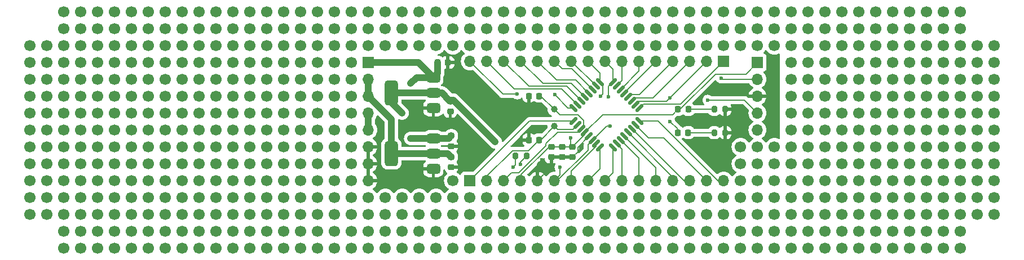
<source format=gbr>
%TF.GenerationSoftware,KiCad,Pcbnew,8.0.0-1.fc39*%
%TF.CreationDate,2024-05-13T23:19:06+02:00*%
%TF.ProjectId,mcu_dev,6d63755f-6465-4762-9e6b-696361645f70,rev?*%
%TF.SameCoordinates,Original*%
%TF.FileFunction,Copper,L1,Top*%
%TF.FilePolarity,Positive*%
%FSLAX46Y46*%
G04 Gerber Fmt 4.6, Leading zero omitted, Abs format (unit mm)*
G04 Created by KiCad (PCBNEW 8.0.0-1.fc39) date 2024-05-13 23:19:06*
%MOMM*%
%LPD*%
G01*
G04 APERTURE LIST*
G04 Aperture macros list*
%AMRoundRect*
0 Rectangle with rounded corners*
0 $1 Rounding radius*
0 $2 $3 $4 $5 $6 $7 $8 $9 X,Y pos of 4 corners*
0 Add a 4 corners polygon primitive as box body*
4,1,4,$2,$3,$4,$5,$6,$7,$8,$9,$2,$3,0*
0 Add four circle primitives for the rounded corners*
1,1,$1+$1,$2,$3*
1,1,$1+$1,$4,$5*
1,1,$1+$1,$6,$7*
1,1,$1+$1,$8,$9*
0 Add four rect primitives between the rounded corners*
20,1,$1+$1,$2,$3,$4,$5,0*
20,1,$1+$1,$4,$5,$6,$7,0*
20,1,$1+$1,$6,$7,$8,$9,0*
20,1,$1+$1,$8,$9,$2,$3,0*%
G04 Aperture macros list end*
%TA.AperFunction,ComponentPad*%
%ADD10C,1.700000*%
%TD*%
%TA.AperFunction,ComponentPad*%
%ADD11R,1.700000X1.700000*%
%TD*%
%TA.AperFunction,ComponentPad*%
%ADD12O,1.700000X1.700000*%
%TD*%
%TA.AperFunction,SMDPad,CuDef*%
%ADD13RoundRect,0.225000X-0.250000X0.225000X-0.250000X-0.225000X0.250000X-0.225000X0.250000X0.225000X0*%
%TD*%
%TA.AperFunction,SMDPad,CuDef*%
%ADD14RoundRect,0.200000X-0.200000X-0.275000X0.200000X-0.275000X0.200000X0.275000X-0.200000X0.275000X0*%
%TD*%
%TA.AperFunction,SMDPad,CuDef*%
%ADD15RoundRect,0.125000X-0.353553X-0.530330X0.530330X0.353553X0.353553X0.530330X-0.530330X-0.353553X0*%
%TD*%
%TA.AperFunction,SMDPad,CuDef*%
%ADD16RoundRect,0.125000X0.353553X-0.530330X0.530330X-0.353553X-0.353553X0.530330X-0.530330X0.353553X0*%
%TD*%
%TA.AperFunction,SMDPad,CuDef*%
%ADD17RoundRect,0.225000X-0.225000X-0.250000X0.225000X-0.250000X0.225000X0.250000X-0.225000X0.250000X0*%
%TD*%
%TA.AperFunction,SMDPad,CuDef*%
%ADD18RoundRect,0.375000X0.625000X0.375000X-0.625000X0.375000X-0.625000X-0.375000X0.625000X-0.375000X0*%
%TD*%
%TA.AperFunction,SMDPad,CuDef*%
%ADD19RoundRect,0.500000X0.500000X1.400000X-0.500000X1.400000X-0.500000X-1.400000X0.500000X-1.400000X0*%
%TD*%
%TA.AperFunction,SMDPad,CuDef*%
%ADD20RoundRect,0.218750X0.218750X0.256250X-0.218750X0.256250X-0.218750X-0.256250X0.218750X-0.256250X0*%
%TD*%
%TA.AperFunction,ComponentPad*%
%ADD21C,1.000000*%
%TD*%
%TA.AperFunction,ViaPad*%
%ADD22C,0.600000*%
%TD*%
%TA.AperFunction,ViaPad*%
%ADD23C,1.000000*%
%TD*%
%TA.AperFunction,Conductor*%
%ADD24C,1.000000*%
%TD*%
%TA.AperFunction,Conductor*%
%ADD25C,0.200000*%
%TD*%
G04 APERTURE END LIST*
D10*
%TO.P,,1*%
%TO.N,N/C*%
X203200000Y-88900000D03*
%TD*%
%TO.P,,1*%
%TO.N,N/C*%
X198120000Y-88900000D03*
%TD*%
%TO.P,,1*%
%TO.N,N/C*%
X200660000Y-88900000D03*
%TD*%
%TO.P,,1*%
%TO.N,N/C*%
X142240000Y-88900000D03*
%TD*%
%TO.P,,1*%
%TO.N,N/C*%
X149860000Y-88900000D03*
%TD*%
%TO.P,,1*%
%TO.N,N/C*%
X139700000Y-88900000D03*
%TD*%
%TO.P,,1*%
%TO.N,N/C*%
X147320000Y-88900000D03*
%TD*%
%TO.P,,1*%
%TO.N,N/C*%
X154940000Y-88900000D03*
%TD*%
%TO.P,,1*%
%TO.N,N/C*%
X144780000Y-88900000D03*
%TD*%
%TO.P,,1*%
%TO.N,N/C*%
X152400000Y-88900000D03*
%TD*%
%TO.P,,1*%
%TO.N,N/C*%
X147320000Y-111760000D03*
%TD*%
%TO.P,,1*%
%TO.N,N/C*%
X144780000Y-111760000D03*
%TD*%
%TO.P,,1*%
%TO.N,N/C*%
X149860000Y-111760000D03*
%TD*%
%TO.P,,1*%
%TO.N,N/C*%
X142240000Y-111760000D03*
%TD*%
%TO.P,,1*%
%TO.N,N/C*%
X139700000Y-111760000D03*
%TD*%
%TO.P,,1*%
%TO.N,N/C*%
X154940000Y-109220000D03*
%TD*%
%TO.P,,1*%
%TO.N,N/C*%
X154940000Y-111760000D03*
%TD*%
%TO.P,,1*%
%TO.N,N/C*%
X152400000Y-111760000D03*
%TD*%
%TO.P,,1*%
%TO.N,N/C*%
X203200000Y-106680000D03*
%TD*%
%TO.P,,1*%
%TO.N,N/C*%
X198120000Y-106680000D03*
%TD*%
%TO.P,,1*%
%TO.N,N/C*%
X200660000Y-104140000D03*
%TD*%
%TO.P,,1*%
%TO.N,N/C*%
X198120000Y-104140000D03*
%TD*%
%TO.P,,1*%
%TO.N,N/C*%
X203200000Y-104140000D03*
%TD*%
%TO.P,,1*%
%TO.N,N/C*%
X200660000Y-106680000D03*
%TD*%
%TO.P,,1*%
%TO.N,N/C*%
X203200000Y-111760000D03*
%TD*%
%TO.P,,1*%
%TO.N,N/C*%
X198120000Y-111760000D03*
%TD*%
%TO.P,,1*%
%TO.N,N/C*%
X200660000Y-109220000D03*
%TD*%
%TO.P,,1*%
%TO.N,N/C*%
X198120000Y-109220000D03*
%TD*%
%TO.P,,1*%
%TO.N,N/C*%
X203200000Y-109220000D03*
%TD*%
%TO.P,,1*%
%TO.N,N/C*%
X200660000Y-111760000D03*
%TD*%
%TO.P,,1*%
%TO.N,N/C*%
X139700000Y-109220000D03*
%TD*%
%TO.P,,1*%
%TO.N,N/C*%
X139700000Y-96520000D03*
%TD*%
%TO.P,,1*%
%TO.N,N/C*%
X139700000Y-101600000D03*
%TD*%
%TO.P,,1*%
%TO.N,N/C*%
X139700000Y-93980000D03*
%TD*%
%TO.P,,1*%
%TO.N,N/C*%
X139700000Y-91440000D03*
%TD*%
%TO.P,,1*%
%TO.N,N/C*%
X139700000Y-99060000D03*
%TD*%
%TO.P,,1*%
%TO.N,N/C*%
X139700000Y-104140000D03*
%TD*%
%TO.P,,1*%
%TO.N,N/C*%
X139700000Y-106680000D03*
%TD*%
%TO.P,,1*%
%TO.N,N/C*%
X180340000Y-111760000D03*
%TD*%
%TO.P,,1*%
%TO.N,N/C*%
X170180000Y-111760000D03*
%TD*%
%TO.P,,1*%
%TO.N,N/C*%
X193040000Y-111760000D03*
%TD*%
%TO.P,,1*%
%TO.N,N/C*%
X185420000Y-111760000D03*
%TD*%
%TO.P,,1*%
%TO.N,N/C*%
X195580000Y-111760000D03*
%TD*%
%TO.P,,1*%
%TO.N,N/C*%
X177800000Y-111760000D03*
%TD*%
%TO.P,,1*%
%TO.N,N/C*%
X187960000Y-111760000D03*
%TD*%
%TO.P,,1*%
%TO.N,N/C*%
X157480000Y-111760000D03*
%TD*%
%TO.P,,1*%
%TO.N,N/C*%
X175260000Y-111760000D03*
%TD*%
%TO.P,,1*%
%TO.N,N/C*%
X172720000Y-111760000D03*
%TD*%
%TO.P,,1*%
%TO.N,N/C*%
X162560000Y-111760000D03*
%TD*%
%TO.P,,1*%
%TO.N,N/C*%
X165100000Y-111760000D03*
%TD*%
%TO.P,,1*%
%TO.N,N/C*%
X167640000Y-111760000D03*
%TD*%
%TO.P,,1*%
%TO.N,N/C*%
X160020000Y-111760000D03*
%TD*%
%TO.P,,1*%
%TO.N,N/C*%
X182880000Y-111760000D03*
%TD*%
%TO.P,,1*%
%TO.N,N/C*%
X190500000Y-111760000D03*
%TD*%
%TO.P,,1*%
%TO.N,N/C*%
X190500000Y-88900000D03*
%TD*%
%TO.P,,1*%
%TO.N,N/C*%
X162560000Y-88900000D03*
%TD*%
%TO.P,,1*%
%TO.N,N/C*%
X180340000Y-88900000D03*
%TD*%
%TO.P,,1*%
%TO.N,N/C*%
X167640000Y-88900000D03*
%TD*%
%TO.P,,1*%
%TO.N,N/C*%
X157480000Y-88900000D03*
%TD*%
%TO.P,,1*%
%TO.N,N/C*%
X172720000Y-88900000D03*
%TD*%
%TO.P,,1*%
%TO.N,N/C*%
X170180000Y-88900000D03*
%TD*%
%TO.P,,1*%
%TO.N,N/C*%
X185420000Y-88900000D03*
%TD*%
%TO.P,,1*%
%TO.N,N/C*%
X182880000Y-88900000D03*
%TD*%
%TO.P,,1*%
%TO.N,N/C*%
X195580000Y-88900000D03*
%TD*%
%TO.P,,1*%
%TO.N,N/C*%
X165100000Y-88900000D03*
%TD*%
%TO.P,,1*%
%TO.N,N/C*%
X175260000Y-88900000D03*
%TD*%
%TO.P,,1*%
%TO.N,N/C*%
X187960000Y-88900000D03*
%TD*%
%TO.P,,1*%
%TO.N,N/C*%
X177800000Y-88900000D03*
%TD*%
%TO.P,,1*%
%TO.N,N/C*%
X193040000Y-88900000D03*
%TD*%
%TO.P,,1*%
%TO.N,N/C*%
X160020000Y-88900000D03*
%TD*%
%TO.P,,1*%
%TO.N,N/C*%
X137160000Y-111760000D03*
%TD*%
%TO.P,,1*%
%TO.N,N/C*%
X137160000Y-93980000D03*
%TD*%
%TO.P,,1*%
%TO.N,N/C*%
X137160000Y-96520000D03*
%TD*%
%TO.P,,1*%
%TO.N,N/C*%
X137160000Y-91440000D03*
%TD*%
%TO.P,,1*%
%TO.N,N/C*%
X137160000Y-104140000D03*
%TD*%
%TO.P,,1*%
%TO.N,N/C*%
X137160000Y-101600000D03*
%TD*%
%TO.P,,1*%
%TO.N,N/C*%
X137160000Y-106680000D03*
%TD*%
%TO.P,,1*%
%TO.N,N/C*%
X137160000Y-109220000D03*
%TD*%
%TO.P,,1*%
%TO.N,N/C*%
X137160000Y-88900000D03*
%TD*%
%TO.P,,1*%
%TO.N,N/C*%
X137160000Y-99060000D03*
%TD*%
%TO.P,,1*%
%TO.N,N/C*%
X236220000Y-104140000D03*
%TD*%
%TO.P,,1*%
%TO.N,N/C*%
X236220000Y-88900000D03*
%TD*%
%TO.P,,1*%
%TO.N,N/C*%
X236220000Y-93980000D03*
%TD*%
%TO.P,,1*%
%TO.N,N/C*%
X236220000Y-96520000D03*
%TD*%
%TO.P,,1*%
%TO.N,N/C*%
X236220000Y-91440000D03*
%TD*%
%TO.P,,1*%
%TO.N,N/C*%
X236220000Y-111760000D03*
%TD*%
%TO.P,,1*%
%TO.N,N/C*%
X236220000Y-101600000D03*
%TD*%
%TO.P,,1*%
%TO.N,N/C*%
X236220000Y-106680000D03*
%TD*%
%TO.P,,1*%
%TO.N,N/C*%
X236220000Y-99060000D03*
%TD*%
%TO.P,,1*%
%TO.N,N/C*%
X236220000Y-109220000D03*
%TD*%
%TO.P,,1*%
%TO.N,N/C*%
X223520000Y-111760000D03*
%TD*%
%TO.P,,1*%
%TO.N,N/C*%
X220980000Y-106680000D03*
%TD*%
%TO.P,,1*%
%TO.N,N/C*%
X220980000Y-109220000D03*
%TD*%
%TO.P,,1*%
%TO.N,N/C*%
X228600000Y-109220000D03*
%TD*%
%TO.P,,1*%
%TO.N,N/C*%
X233680000Y-111760000D03*
%TD*%
%TO.P,,1*%
%TO.N,N/C*%
X213360000Y-109220000D03*
%TD*%
%TO.P,,1*%
%TO.N,N/C*%
X231140000Y-109220000D03*
%TD*%
%TO.P,,1*%
%TO.N,N/C*%
X213360000Y-88900000D03*
%TD*%
%TO.P,,1*%
%TO.N,N/C*%
X231140000Y-93980000D03*
%TD*%
%TO.P,,1*%
%TO.N,N/C*%
X213360000Y-93980000D03*
%TD*%
%TO.P,,1*%
%TO.N,N/C*%
X233680000Y-93980000D03*
%TD*%
%TO.P,,1*%
%TO.N,N/C*%
X220980000Y-99060000D03*
%TD*%
%TO.P,,1*%
%TO.N,N/C*%
X210820000Y-99060000D03*
%TD*%
%TO.P,,1*%
%TO.N,N/C*%
X220980000Y-101600000D03*
%TD*%
%TO.P,,1*%
%TO.N,N/C*%
X210820000Y-101600000D03*
%TD*%
%TO.P,,1*%
%TO.N,N/C*%
X226060000Y-91440000D03*
%TD*%
%TO.P,,1*%
%TO.N,N/C*%
X218440000Y-91440000D03*
%TD*%
%TO.P,,1*%
%TO.N,N/C*%
X208280000Y-91440000D03*
%TD*%
%TO.P,,1*%
%TO.N,N/C*%
X228600000Y-93980000D03*
%TD*%
%TO.P,,1*%
%TO.N,N/C*%
X233680000Y-96520000D03*
%TD*%
%TO.P,,1*%
%TO.N,N/C*%
X228600000Y-88900000D03*
%TD*%
%TO.P,,1*%
%TO.N,N/C*%
X231140000Y-88900000D03*
%TD*%
%TO.P,,1*%
%TO.N,N/C*%
X226060000Y-106680000D03*
%TD*%
%TO.P,,1*%
%TO.N,N/C*%
X218440000Y-106680000D03*
%TD*%
%TO.P,,1*%
%TO.N,N/C*%
X208280000Y-106680000D03*
%TD*%
%TO.P,,1*%
%TO.N,N/C*%
X205740000Y-106680000D03*
%TD*%
%TO.P,,1*%
%TO.N,N/C*%
X215900000Y-104140000D03*
%TD*%
%TO.P,,1*%
%TO.N,N/C*%
X215900000Y-106680000D03*
%TD*%
%TO.P,,1*%
%TO.N,N/C*%
X208280000Y-96520000D03*
%TD*%
%TO.P,,1*%
%TO.N,N/C*%
X205740000Y-96520000D03*
%TD*%
%TO.P,,1*%
%TO.N,N/C*%
X215900000Y-93980000D03*
%TD*%
%TO.P,,1*%
%TO.N,N/C*%
X215900000Y-96520000D03*
%TD*%
%TO.P,,1*%
%TO.N,N/C*%
X213360000Y-96520000D03*
%TD*%
%TO.P,,1*%
%TO.N,N/C*%
X231140000Y-96520000D03*
%TD*%
%TO.P,,1*%
%TO.N,N/C*%
X228600000Y-96520000D03*
%TD*%
%TO.P,,1*%
%TO.N,N/C*%
X226060000Y-93980000D03*
%TD*%
%TO.P,,1*%
%TO.N,N/C*%
X218440000Y-93980000D03*
%TD*%
%TO.P,,1*%
%TO.N,N/C*%
X213360000Y-106680000D03*
%TD*%
%TO.P,,1*%
%TO.N,N/C*%
X231140000Y-106680000D03*
%TD*%
%TO.P,,1*%
%TO.N,N/C*%
X228600000Y-106680000D03*
%TD*%
%TO.P,,1*%
%TO.N,N/C*%
X226060000Y-104140000D03*
%TD*%
%TO.P,,1*%
%TO.N,N/C*%
X218440000Y-104140000D03*
%TD*%
%TO.P,,1*%
%TO.N,N/C*%
X208280000Y-104140000D03*
%TD*%
%TO.P,,1*%
%TO.N,N/C*%
X233680000Y-91440000D03*
%TD*%
%TO.P,,1*%
%TO.N,N/C*%
X213360000Y-99060000D03*
%TD*%
%TO.P,,1*%
%TO.N,N/C*%
X220980000Y-111760000D03*
%TD*%
%TO.P,,1*%
%TO.N,N/C*%
X210820000Y-111760000D03*
%TD*%
%TO.P,,1*%
%TO.N,N/C*%
X205740000Y-91440000D03*
%TD*%
%TO.P,,1*%
%TO.N,N/C*%
X215900000Y-88900000D03*
%TD*%
%TO.P,,1*%
%TO.N,N/C*%
X215900000Y-91440000D03*
%TD*%
%TO.P,,1*%
%TO.N,N/C*%
X213360000Y-91440000D03*
%TD*%
%TO.P,,1*%
%TO.N,N/C*%
X231140000Y-91440000D03*
%TD*%
%TO.P,,1*%
%TO.N,N/C*%
X228600000Y-91440000D03*
%TD*%
%TO.P,,1*%
%TO.N,N/C*%
X226060000Y-88900000D03*
%TD*%
%TO.P,,1*%
%TO.N,N/C*%
X218440000Y-88900000D03*
%TD*%
%TO.P,,1*%
%TO.N,N/C*%
X210820000Y-96520000D03*
%TD*%
%TO.P,,1*%
%TO.N,N/C*%
X220980000Y-93980000D03*
%TD*%
%TO.P,,1*%
%TO.N,N/C*%
X210820000Y-93980000D03*
%TD*%
%TO.P,,1*%
%TO.N,N/C*%
X213360000Y-104140000D03*
%TD*%
%TO.P,,1*%
%TO.N,N/C*%
X220980000Y-104140000D03*
%TD*%
%TO.P,,1*%
%TO.N,N/C*%
X210820000Y-106680000D03*
%TD*%
%TO.P,,1*%
%TO.N,N/C*%
X208280000Y-93980000D03*
%TD*%
%TO.P,,1*%
%TO.N,N/C*%
X205740000Y-93980000D03*
%TD*%
%TO.P,,1*%
%TO.N,N/C*%
X223520000Y-93980000D03*
%TD*%
%TO.P,,1*%
%TO.N,N/C*%
X223520000Y-96520000D03*
%TD*%
%TO.P,,1*%
%TO.N,N/C*%
X220980000Y-96520000D03*
%TD*%
%TO.P,,1*%
%TO.N,N/C*%
X231140000Y-104140000D03*
%TD*%
%TO.P,,1*%
%TO.N,N/C*%
X233680000Y-104140000D03*
%TD*%
%TO.P,,1*%
%TO.N,N/C*%
X228600000Y-104140000D03*
%TD*%
%TO.P,,1*%
%TO.N,N/C*%
X210820000Y-104140000D03*
%TD*%
%TO.P,,1*%
%TO.N,N/C*%
X215900000Y-99060000D03*
%TD*%
%TO.P,,1*%
%TO.N,N/C*%
X215900000Y-101600000D03*
%TD*%
%TO.P,,1*%
%TO.N,N/C*%
X213360000Y-101600000D03*
%TD*%
%TO.P,,1*%
%TO.N,N/C*%
X231140000Y-101600000D03*
%TD*%
%TO.P,,1*%
%TO.N,N/C*%
X228600000Y-101600000D03*
%TD*%
%TO.P,,1*%
%TO.N,N/C*%
X226060000Y-99060000D03*
%TD*%
%TO.P,,1*%
%TO.N,N/C*%
X218440000Y-99060000D03*
%TD*%
%TO.P,,1*%
%TO.N,N/C*%
X208280000Y-99060000D03*
%TD*%
%TO.P,,1*%
%TO.N,N/C*%
X205740000Y-99060000D03*
%TD*%
%TO.P,,1*%
%TO.N,N/C*%
X223520000Y-99060000D03*
%TD*%
%TO.P,,1*%
%TO.N,N/C*%
X223520000Y-101600000D03*
%TD*%
%TO.P,,1*%
%TO.N,N/C*%
X218440000Y-109220000D03*
%TD*%
%TO.P,,1*%
%TO.N,N/C*%
X208280000Y-109220000D03*
%TD*%
%TO.P,,1*%
%TO.N,N/C*%
X205740000Y-104140000D03*
%TD*%
%TO.P,,1*%
%TO.N,N/C*%
X223520000Y-106680000D03*
%TD*%
%TO.P,,1*%
%TO.N,N/C*%
X233680000Y-101600000D03*
%TD*%
%TO.P,,1*%
%TO.N,N/C*%
X233680000Y-106680000D03*
%TD*%
%TO.P,,1*%
%TO.N,N/C*%
X226060000Y-96520000D03*
%TD*%
%TO.P,,1*%
%TO.N,N/C*%
X218440000Y-96520000D03*
%TD*%
%TO.P,,1*%
%TO.N,N/C*%
X223520000Y-104140000D03*
%TD*%
%TO.P,,1*%
%TO.N,N/C*%
X231140000Y-111760000D03*
%TD*%
%TO.P,,1*%
%TO.N,N/C*%
X228600000Y-111760000D03*
%TD*%
%TO.P,,1*%
%TO.N,N/C*%
X226060000Y-109220000D03*
%TD*%
%TO.P,,1*%
%TO.N,N/C*%
X205740000Y-109220000D03*
%TD*%
%TO.P,,1*%
%TO.N,N/C*%
X223520000Y-109220000D03*
%TD*%
%TO.P,,1*%
%TO.N,N/C*%
X226060000Y-111760000D03*
%TD*%
%TO.P,,1*%
%TO.N,N/C*%
X218440000Y-111760000D03*
%TD*%
%TO.P,,1*%
%TO.N,N/C*%
X208280000Y-111760000D03*
%TD*%
%TO.P,,1*%
%TO.N,N/C*%
X205740000Y-111760000D03*
%TD*%
%TO.P,,1*%
%TO.N,N/C*%
X215900000Y-109220000D03*
%TD*%
%TO.P,,1*%
%TO.N,N/C*%
X215900000Y-111760000D03*
%TD*%
%TO.P,,1*%
%TO.N,N/C*%
X213360000Y-111760000D03*
%TD*%
%TO.P,,1*%
%TO.N,N/C*%
X233680000Y-109220000D03*
%TD*%
%TO.P,,1*%
%TO.N,N/C*%
X210820000Y-109220000D03*
%TD*%
%TO.P,,1*%
%TO.N,N/C*%
X226060000Y-101600000D03*
%TD*%
%TO.P,,1*%
%TO.N,N/C*%
X218440000Y-101600000D03*
%TD*%
%TO.P,,1*%
%TO.N,N/C*%
X208280000Y-101600000D03*
%TD*%
%TO.P,,1*%
%TO.N,N/C*%
X205740000Y-101600000D03*
%TD*%
%TO.P,,1*%
%TO.N,N/C*%
X233680000Y-88900000D03*
%TD*%
%TO.P,,1*%
%TO.N,N/C*%
X233680000Y-99060000D03*
%TD*%
%TO.P,,1*%
%TO.N,N/C*%
X228600000Y-99060000D03*
%TD*%
%TO.P,,1*%
%TO.N,N/C*%
X231140000Y-99060000D03*
%TD*%
%TO.P,,1*%
%TO.N,N/C*%
X208280000Y-88900000D03*
%TD*%
%TO.P,,1*%
%TO.N,N/C*%
X205740000Y-88900000D03*
%TD*%
%TO.P,,1*%
%TO.N,N/C*%
X223520000Y-88900000D03*
%TD*%
%TO.P,,1*%
%TO.N,N/C*%
X223520000Y-91440000D03*
%TD*%
%TO.P,,1*%
%TO.N,N/C*%
X220980000Y-91440000D03*
%TD*%
%TO.P,,1*%
%TO.N,N/C*%
X210820000Y-91440000D03*
%TD*%
%TO.P,,1*%
%TO.N,N/C*%
X220980000Y-88900000D03*
%TD*%
%TO.P,,1*%
%TO.N,N/C*%
X210820000Y-88900000D03*
%TD*%
%TO.P,,1*%
%TO.N,N/C*%
X91440000Y-96520000D03*
%TD*%
%TO.P,,1*%
%TO.N,N/C*%
X91440000Y-101600000D03*
%TD*%
%TO.P,,1*%
%TO.N,N/C*%
X91440000Y-93980000D03*
%TD*%
%TO.P,,1*%
%TO.N,N/C*%
X93980000Y-106680000D03*
%TD*%
%TO.P,,1*%
%TO.N,N/C*%
X93980000Y-96520000D03*
%TD*%
%TO.P,,1*%
%TO.N,N/C*%
X91440000Y-91440000D03*
%TD*%
%TO.P,,1*%
%TO.N,N/C*%
X93980000Y-114300000D03*
%TD*%
%TO.P,,1*%
%TO.N,N/C*%
X93980000Y-91440000D03*
%TD*%
%TO.P,,1*%
%TO.N,N/C*%
X93980000Y-93980000D03*
%TD*%
%TO.P,,1*%
%TO.N,N/C*%
X91440000Y-104140000D03*
%TD*%
%TO.P,,1*%
%TO.N,N/C*%
X93980000Y-99060000D03*
%TD*%
%TO.P,,1*%
%TO.N,N/C*%
X93980000Y-109220000D03*
%TD*%
%TO.P,,1*%
%TO.N,N/C*%
X93980000Y-104140000D03*
%TD*%
%TO.P,,1*%
%TO.N,N/C*%
X91440000Y-106680000D03*
%TD*%
%TO.P,,1*%
%TO.N,N/C*%
X91440000Y-114300000D03*
%TD*%
%TO.P,,1*%
%TO.N,N/C*%
X93980000Y-111760000D03*
%TD*%
%TO.P,,1*%
%TO.N,N/C*%
X91440000Y-109220000D03*
%TD*%
%TO.P,,1*%
%TO.N,N/C*%
X91440000Y-111760000D03*
%TD*%
%TO.P,,1*%
%TO.N,N/C*%
X93980000Y-101600000D03*
%TD*%
%TO.P,,1*%
%TO.N,N/C*%
X91440000Y-88900000D03*
%TD*%
%TO.P,,1*%
%TO.N,N/C*%
X91440000Y-99060000D03*
%TD*%
%TO.P,,1*%
%TO.N,N/C*%
X93980000Y-88900000D03*
%TD*%
%TO.P,,1*%
%TO.N,N/C*%
X233680000Y-114300000D03*
%TD*%
%TO.P,,1*%
%TO.N,N/C*%
X226060000Y-114300000D03*
%TD*%
%TO.P,,1*%
%TO.N,N/C*%
X223520000Y-114300000D03*
%TD*%
%TO.P,,1*%
%TO.N,N/C*%
X231140000Y-114300000D03*
%TD*%
%TO.P,,1*%
%TO.N,N/C*%
X218440000Y-116840000D03*
%TD*%
%TO.P,,1*%
%TO.N,N/C*%
X220980000Y-114300000D03*
%TD*%
%TO.P,,1*%
%TO.N,N/C*%
X220980000Y-116840000D03*
%TD*%
%TO.P,,1*%
%TO.N,N/C*%
X228600000Y-116840000D03*
%TD*%
%TO.P,,1*%
%TO.N,N/C*%
X223520000Y-116840000D03*
%TD*%
%TO.P,,1*%
%TO.N,N/C*%
X218440000Y-114300000D03*
%TD*%
%TO.P,,1*%
%TO.N,N/C*%
X226060000Y-116840000D03*
%TD*%
%TO.P,,1*%
%TO.N,N/C*%
X236220000Y-114300000D03*
%TD*%
%TO.P,,1*%
%TO.N,N/C*%
X231140000Y-116840000D03*
%TD*%
%TO.P,,1*%
%TO.N,N/C*%
X228600000Y-114300000D03*
%TD*%
%TO.P,,1*%
%TO.N,N/C*%
X193040000Y-114300000D03*
%TD*%
%TO.P,,1*%
%TO.N,N/C*%
X185420000Y-114300000D03*
%TD*%
%TO.P,,1*%
%TO.N,N/C*%
X213360000Y-114300000D03*
%TD*%
%TO.P,,1*%
%TO.N,N/C*%
X182880000Y-114300000D03*
%TD*%
%TO.P,,1*%
%TO.N,N/C*%
X203200000Y-114300000D03*
%TD*%
%TO.P,,1*%
%TO.N,N/C*%
X190500000Y-114300000D03*
%TD*%
%TO.P,,1*%
%TO.N,N/C*%
X177800000Y-116840000D03*
%TD*%
%TO.P,,1*%
%TO.N,N/C*%
X213360000Y-116840000D03*
%TD*%
%TO.P,,1*%
%TO.N,N/C*%
X210820000Y-116840000D03*
%TD*%
%TO.P,,1*%
%TO.N,N/C*%
X205740000Y-114300000D03*
%TD*%
%TO.P,,1*%
%TO.N,N/C*%
X208280000Y-114300000D03*
%TD*%
%TO.P,,1*%
%TO.N,N/C*%
X200660000Y-114300000D03*
%TD*%
%TO.P,,1*%
%TO.N,N/C*%
X180340000Y-114300000D03*
%TD*%
%TO.P,,1*%
%TO.N,N/C*%
X180340000Y-116840000D03*
%TD*%
%TO.P,,1*%
%TO.N,N/C*%
X187960000Y-116840000D03*
%TD*%
%TO.P,,1*%
%TO.N,N/C*%
X198120000Y-114300000D03*
%TD*%
%TO.P,,1*%
%TO.N,N/C*%
X198120000Y-116840000D03*
%TD*%
%TO.P,,1*%
%TO.N,N/C*%
X195580000Y-116840000D03*
%TD*%
%TO.P,,1*%
%TO.N,N/C*%
X182880000Y-116840000D03*
%TD*%
%TO.P,,1*%
%TO.N,N/C*%
X177800000Y-114300000D03*
%TD*%
%TO.P,,1*%
%TO.N,N/C*%
X215900000Y-114300000D03*
%TD*%
%TO.P,,1*%
%TO.N,N/C*%
X185420000Y-116840000D03*
%TD*%
%TO.P,,1*%
%TO.N,N/C*%
X210820000Y-114300000D03*
%TD*%
%TO.P,,1*%
%TO.N,N/C*%
X195580000Y-114300000D03*
%TD*%
%TO.P,,1*%
%TO.N,N/C*%
X205740000Y-116840000D03*
%TD*%
%TO.P,,1*%
%TO.N,N/C*%
X208280000Y-116840000D03*
%TD*%
%TO.P,,1*%
%TO.N,N/C*%
X200660000Y-116840000D03*
%TD*%
%TO.P,,1*%
%TO.N,N/C*%
X190500000Y-116840000D03*
%TD*%
%TO.P,,1*%
%TO.N,N/C*%
X215900000Y-116840000D03*
%TD*%
%TO.P,,1*%
%TO.N,N/C*%
X203200000Y-116840000D03*
%TD*%
%TO.P,,1*%
%TO.N,N/C*%
X193040000Y-116840000D03*
%TD*%
%TO.P,,1*%
%TO.N,N/C*%
X187960000Y-114300000D03*
%TD*%
%TO.P,,1*%
%TO.N,N/C*%
X152400000Y-114300000D03*
%TD*%
%TO.P,,1*%
%TO.N,N/C*%
X144780000Y-114300000D03*
%TD*%
%TO.P,,1*%
%TO.N,N/C*%
X172720000Y-114300000D03*
%TD*%
%TO.P,,1*%
%TO.N,N/C*%
X142240000Y-114300000D03*
%TD*%
%TO.P,,1*%
%TO.N,N/C*%
X162560000Y-114300000D03*
%TD*%
%TO.P,,1*%
%TO.N,N/C*%
X149860000Y-114300000D03*
%TD*%
%TO.P,,1*%
%TO.N,N/C*%
X137160000Y-116840000D03*
%TD*%
%TO.P,,1*%
%TO.N,N/C*%
X172720000Y-116840000D03*
%TD*%
%TO.P,,1*%
%TO.N,N/C*%
X170180000Y-116840000D03*
%TD*%
%TO.P,,1*%
%TO.N,N/C*%
X165100000Y-114300000D03*
%TD*%
%TO.P,,1*%
%TO.N,N/C*%
X167640000Y-114300000D03*
%TD*%
%TO.P,,1*%
%TO.N,N/C*%
X160020000Y-114300000D03*
%TD*%
%TO.P,,1*%
%TO.N,N/C*%
X139700000Y-114300000D03*
%TD*%
%TO.P,,1*%
%TO.N,N/C*%
X139700000Y-116840000D03*
%TD*%
%TO.P,,1*%
%TO.N,N/C*%
X147320000Y-116840000D03*
%TD*%
%TO.P,,1*%
%TO.N,N/C*%
X157480000Y-114300000D03*
%TD*%
%TO.P,,1*%
%TO.N,N/C*%
X157480000Y-116840000D03*
%TD*%
%TO.P,,1*%
%TO.N,N/C*%
X154940000Y-116840000D03*
%TD*%
%TO.P,,1*%
%TO.N,N/C*%
X142240000Y-116840000D03*
%TD*%
%TO.P,,1*%
%TO.N,N/C*%
X137160000Y-114300000D03*
%TD*%
%TO.P,,1*%
%TO.N,N/C*%
X175260000Y-114300000D03*
%TD*%
%TO.P,,1*%
%TO.N,N/C*%
X144780000Y-116840000D03*
%TD*%
%TO.P,,1*%
%TO.N,N/C*%
X170180000Y-114300000D03*
%TD*%
%TO.P,,1*%
%TO.N,N/C*%
X154940000Y-114300000D03*
%TD*%
%TO.P,,1*%
%TO.N,N/C*%
X165100000Y-116840000D03*
%TD*%
%TO.P,,1*%
%TO.N,N/C*%
X167640000Y-116840000D03*
%TD*%
%TO.P,,1*%
%TO.N,N/C*%
X160020000Y-116840000D03*
%TD*%
%TO.P,,1*%
%TO.N,N/C*%
X149860000Y-116840000D03*
%TD*%
%TO.P,,1*%
%TO.N,N/C*%
X175260000Y-116840000D03*
%TD*%
%TO.P,,1*%
%TO.N,N/C*%
X162560000Y-116840000D03*
%TD*%
%TO.P,,1*%
%TO.N,N/C*%
X152400000Y-116840000D03*
%TD*%
%TO.P,,1*%
%TO.N,N/C*%
X147320000Y-114300000D03*
%TD*%
%TO.P,,1*%
%TO.N,N/C*%
X231140000Y-119380000D03*
%TD*%
%TO.P,,1*%
%TO.N,N/C*%
X208280000Y-119380000D03*
%TD*%
%TO.P,,1*%
%TO.N,N/C*%
X137160000Y-119380000D03*
%TD*%
%TO.P,,1*%
%TO.N,N/C*%
X116840000Y-119380000D03*
%TD*%
%TO.P,,1*%
%TO.N,N/C*%
X154940000Y-119380000D03*
%TD*%
%TO.P,,1*%
%TO.N,N/C*%
X210820000Y-119380000D03*
%TD*%
%TO.P,,1*%
%TO.N,N/C*%
X220980000Y-119380000D03*
%TD*%
%TO.P,,1*%
%TO.N,N/C*%
X144780000Y-119380000D03*
%TD*%
%TO.P,,1*%
%TO.N,N/C*%
X170180000Y-119380000D03*
%TD*%
%TO.P,,1*%
%TO.N,N/C*%
X185420000Y-119380000D03*
%TD*%
%TO.P,,1*%
%TO.N,N/C*%
X182880000Y-119380000D03*
%TD*%
%TO.P,,1*%
%TO.N,N/C*%
X195580000Y-119380000D03*
%TD*%
%TO.P,,1*%
%TO.N,N/C*%
X223520000Y-119380000D03*
%TD*%
%TO.P,,1*%
%TO.N,N/C*%
X127000000Y-119380000D03*
%TD*%
%TO.P,,1*%
%TO.N,N/C*%
X119380000Y-119380000D03*
%TD*%
%TO.P,,1*%
%TO.N,N/C*%
X190500000Y-119380000D03*
%TD*%
%TO.P,,1*%
%TO.N,N/C*%
X109220000Y-119380000D03*
%TD*%
%TO.P,,1*%
%TO.N,N/C*%
X99060000Y-119380000D03*
%TD*%
%TO.P,,1*%
%TO.N,N/C*%
X106680000Y-119380000D03*
%TD*%
%TO.P,,1*%
%TO.N,N/C*%
X205740000Y-119380000D03*
%TD*%
%TO.P,,1*%
%TO.N,N/C*%
X203200000Y-119380000D03*
%TD*%
%TO.P,,1*%
%TO.N,N/C*%
X124460000Y-119380000D03*
%TD*%
%TO.P,,1*%
%TO.N,N/C*%
X198120000Y-119380000D03*
%TD*%
%TO.P,,1*%
%TO.N,N/C*%
X121920000Y-119380000D03*
%TD*%
%TO.P,,1*%
%TO.N,N/C*%
X165100000Y-119380000D03*
%TD*%
%TO.P,,1*%
%TO.N,N/C*%
X111760000Y-119380000D03*
%TD*%
%TO.P,,1*%
%TO.N,N/C*%
X175260000Y-119380000D03*
%TD*%
%TO.P,,1*%
%TO.N,N/C*%
X215900000Y-119380000D03*
%TD*%
%TO.P,,1*%
%TO.N,N/C*%
X187960000Y-119380000D03*
%TD*%
%TO.P,,1*%
%TO.N,N/C*%
X104140000Y-119380000D03*
%TD*%
%TO.P,,1*%
%TO.N,N/C*%
X213360000Y-119380000D03*
%TD*%
%TO.P,,1*%
%TO.N,N/C*%
X96520000Y-119380000D03*
%TD*%
%TO.P,,1*%
%TO.N,N/C*%
X226060000Y-119380000D03*
%TD*%
%TO.P,,1*%
%TO.N,N/C*%
X177800000Y-119380000D03*
%TD*%
%TO.P,,1*%
%TO.N,N/C*%
X134620000Y-119380000D03*
%TD*%
%TO.P,,1*%
%TO.N,N/C*%
X152400000Y-119380000D03*
%TD*%
%TO.P,,1*%
%TO.N,N/C*%
X167640000Y-119380000D03*
%TD*%
%TO.P,,1*%
%TO.N,N/C*%
X147320000Y-119380000D03*
%TD*%
%TO.P,,1*%
%TO.N,N/C*%
X157480000Y-119380000D03*
%TD*%
%TO.P,,1*%
%TO.N,N/C*%
X172720000Y-119380000D03*
%TD*%
%TO.P,,1*%
%TO.N,N/C*%
X101600000Y-119380000D03*
%TD*%
%TO.P,,1*%
%TO.N,N/C*%
X142240000Y-119380000D03*
%TD*%
%TO.P,,1*%
%TO.N,N/C*%
X132080000Y-119380000D03*
%TD*%
%TO.P,,1*%
%TO.N,N/C*%
X149860000Y-119380000D03*
%TD*%
%TO.P,,1*%
%TO.N,N/C*%
X180340000Y-119380000D03*
%TD*%
%TO.P,,1*%
%TO.N,N/C*%
X129540000Y-119380000D03*
%TD*%
%TO.P,,1*%
%TO.N,N/C*%
X139700000Y-119380000D03*
%TD*%
%TO.P,,1*%
%TO.N,N/C*%
X228600000Y-119380000D03*
%TD*%
%TO.P,,1*%
%TO.N,N/C*%
X162560000Y-119380000D03*
%TD*%
%TO.P,,1*%
%TO.N,N/C*%
X200660000Y-119380000D03*
%TD*%
%TO.P,,1*%
%TO.N,N/C*%
X114300000Y-119380000D03*
%TD*%
%TO.P,,1*%
%TO.N,N/C*%
X160020000Y-119380000D03*
%TD*%
%TO.P,,1*%
%TO.N,N/C*%
X193040000Y-119380000D03*
%TD*%
%TO.P,,1*%
%TO.N,N/C*%
X218440000Y-119380000D03*
%TD*%
%TO.P,,1*%
%TO.N,N/C*%
X127000000Y-116840000D03*
%TD*%
%TO.P,,1*%
%TO.N,N/C*%
X119380000Y-116840000D03*
%TD*%
%TO.P,,1*%
%TO.N,N/C*%
X109220000Y-116840000D03*
%TD*%
%TO.P,,1*%
%TO.N,N/C*%
X99060000Y-116840000D03*
%TD*%
%TO.P,,1*%
%TO.N,N/C*%
X106680000Y-116840000D03*
%TD*%
%TO.P,,1*%
%TO.N,N/C*%
X116840000Y-114300000D03*
%TD*%
%TO.P,,1*%
%TO.N,N/C*%
X116840000Y-116840000D03*
%TD*%
%TO.P,,1*%
%TO.N,N/C*%
X114300000Y-116840000D03*
%TD*%
%TO.P,,1*%
%TO.N,N/C*%
X101600000Y-116840000D03*
%TD*%
%TO.P,,1*%
%TO.N,N/C*%
X132080000Y-116840000D03*
%TD*%
%TO.P,,1*%
%TO.N,N/C*%
X129540000Y-116840000D03*
%TD*%
%TO.P,,1*%
%TO.N,N/C*%
X127000000Y-114300000D03*
%TD*%
%TO.P,,1*%
%TO.N,N/C*%
X119380000Y-114300000D03*
%TD*%
%TO.P,,1*%
%TO.N,N/C*%
X109220000Y-114300000D03*
%TD*%
%TO.P,,1*%
%TO.N,N/C*%
X99060000Y-114300000D03*
%TD*%
%TO.P,,1*%
%TO.N,N/C*%
X106680000Y-114300000D03*
%TD*%
%TO.P,,1*%
%TO.N,N/C*%
X124460000Y-114300000D03*
%TD*%
%TO.P,,1*%
%TO.N,N/C*%
X124460000Y-116840000D03*
%TD*%
%TO.P,,1*%
%TO.N,N/C*%
X121920000Y-116840000D03*
%TD*%
%TO.P,,1*%
%TO.N,N/C*%
X111760000Y-116840000D03*
%TD*%
%TO.P,,1*%
%TO.N,N/C*%
X121920000Y-114300000D03*
%TD*%
%TO.P,,1*%
%TO.N,N/C*%
X111760000Y-114300000D03*
%TD*%
%TO.P,,1*%
%TO.N,N/C*%
X104140000Y-116840000D03*
%TD*%
%TO.P,,1*%
%TO.N,N/C*%
X96520000Y-116840000D03*
%TD*%
%TO.P,,1*%
%TO.N,N/C*%
X134620000Y-116840000D03*
%TD*%
%TO.P,,1*%
%TO.N,N/C*%
X104140000Y-114300000D03*
%TD*%
%TO.P,,1*%
%TO.N,N/C*%
X96520000Y-114300000D03*
%TD*%
%TO.P,,1*%
%TO.N,N/C*%
X134620000Y-114300000D03*
%TD*%
%TO.P,,1*%
%TO.N,N/C*%
X101600000Y-114300000D03*
%TD*%
%TO.P,,1*%
%TO.N,N/C*%
X132080000Y-114300000D03*
%TD*%
%TO.P,,1*%
%TO.N,N/C*%
X129540000Y-114300000D03*
%TD*%
%TO.P,,1*%
%TO.N,N/C*%
X114300000Y-114300000D03*
%TD*%
%TO.P,,1*%
%TO.N,N/C*%
X127000000Y-111760000D03*
%TD*%
%TO.P,,1*%
%TO.N,N/C*%
X119380000Y-111760000D03*
%TD*%
%TO.P,,1*%
%TO.N,N/C*%
X109220000Y-111760000D03*
%TD*%
%TO.P,,1*%
%TO.N,N/C*%
X99060000Y-111760000D03*
%TD*%
%TO.P,,1*%
%TO.N,N/C*%
X106680000Y-111760000D03*
%TD*%
%TO.P,,1*%
%TO.N,N/C*%
X116840000Y-109220000D03*
%TD*%
%TO.P,,1*%
%TO.N,N/C*%
X116840000Y-111760000D03*
%TD*%
%TO.P,,1*%
%TO.N,N/C*%
X114300000Y-111760000D03*
%TD*%
%TO.P,,1*%
%TO.N,N/C*%
X101600000Y-111760000D03*
%TD*%
%TO.P,,1*%
%TO.N,N/C*%
X132080000Y-111760000D03*
%TD*%
%TO.P,,1*%
%TO.N,N/C*%
X129540000Y-111760000D03*
%TD*%
%TO.P,,1*%
%TO.N,N/C*%
X127000000Y-109220000D03*
%TD*%
%TO.P,,1*%
%TO.N,N/C*%
X119380000Y-109220000D03*
%TD*%
%TO.P,,1*%
%TO.N,N/C*%
X109220000Y-109220000D03*
%TD*%
%TO.P,,1*%
%TO.N,N/C*%
X99060000Y-109220000D03*
%TD*%
%TO.P,,1*%
%TO.N,N/C*%
X106680000Y-109220000D03*
%TD*%
%TO.P,,1*%
%TO.N,N/C*%
X124460000Y-109220000D03*
%TD*%
%TO.P,,1*%
%TO.N,N/C*%
X124460000Y-111760000D03*
%TD*%
%TO.P,,1*%
%TO.N,N/C*%
X121920000Y-111760000D03*
%TD*%
%TO.P,,1*%
%TO.N,N/C*%
X111760000Y-111760000D03*
%TD*%
%TO.P,,1*%
%TO.N,N/C*%
X121920000Y-109220000D03*
%TD*%
%TO.P,,1*%
%TO.N,N/C*%
X111760000Y-109220000D03*
%TD*%
%TO.P,,1*%
%TO.N,N/C*%
X104140000Y-111760000D03*
%TD*%
%TO.P,,1*%
%TO.N,N/C*%
X96520000Y-111760000D03*
%TD*%
%TO.P,,1*%
%TO.N,N/C*%
X134620000Y-111760000D03*
%TD*%
%TO.P,,1*%
%TO.N,N/C*%
X104140000Y-109220000D03*
%TD*%
%TO.P,,1*%
%TO.N,N/C*%
X96520000Y-109220000D03*
%TD*%
%TO.P,,1*%
%TO.N,N/C*%
X134620000Y-109220000D03*
%TD*%
%TO.P,,1*%
%TO.N,N/C*%
X101600000Y-109220000D03*
%TD*%
%TO.P,,1*%
%TO.N,N/C*%
X132080000Y-109220000D03*
%TD*%
%TO.P,,1*%
%TO.N,N/C*%
X129540000Y-109220000D03*
%TD*%
%TO.P,,1*%
%TO.N,N/C*%
X114300000Y-109220000D03*
%TD*%
%TO.P,,1*%
%TO.N,N/C*%
X127000000Y-106680000D03*
%TD*%
%TO.P,,1*%
%TO.N,N/C*%
X119380000Y-106680000D03*
%TD*%
%TO.P,,1*%
%TO.N,N/C*%
X109220000Y-106680000D03*
%TD*%
%TO.P,,1*%
%TO.N,N/C*%
X99060000Y-106680000D03*
%TD*%
%TO.P,,1*%
%TO.N,N/C*%
X106680000Y-106680000D03*
%TD*%
%TO.P,,1*%
%TO.N,N/C*%
X116840000Y-104140000D03*
%TD*%
%TO.P,,1*%
%TO.N,N/C*%
X116840000Y-106680000D03*
%TD*%
%TO.P,,1*%
%TO.N,N/C*%
X114300000Y-106680000D03*
%TD*%
%TO.P,,1*%
%TO.N,N/C*%
X101600000Y-106680000D03*
%TD*%
%TO.P,,1*%
%TO.N,N/C*%
X132080000Y-106680000D03*
%TD*%
%TO.P,,1*%
%TO.N,N/C*%
X129540000Y-106680000D03*
%TD*%
%TO.P,,1*%
%TO.N,N/C*%
X127000000Y-104140000D03*
%TD*%
%TO.P,,1*%
%TO.N,N/C*%
X119380000Y-104140000D03*
%TD*%
%TO.P,,1*%
%TO.N,N/C*%
X109220000Y-104140000D03*
%TD*%
%TO.P,,1*%
%TO.N,N/C*%
X99060000Y-104140000D03*
%TD*%
%TO.P,,1*%
%TO.N,N/C*%
X106680000Y-104140000D03*
%TD*%
%TO.P,,1*%
%TO.N,N/C*%
X124460000Y-104140000D03*
%TD*%
%TO.P,,1*%
%TO.N,N/C*%
X124460000Y-106680000D03*
%TD*%
%TO.P,,1*%
%TO.N,N/C*%
X121920000Y-106680000D03*
%TD*%
%TO.P,,1*%
%TO.N,N/C*%
X111760000Y-106680000D03*
%TD*%
%TO.P,,1*%
%TO.N,N/C*%
X121920000Y-104140000D03*
%TD*%
%TO.P,,1*%
%TO.N,N/C*%
X111760000Y-104140000D03*
%TD*%
%TO.P,,1*%
%TO.N,N/C*%
X104140000Y-106680000D03*
%TD*%
%TO.P,,1*%
%TO.N,N/C*%
X96520000Y-106680000D03*
%TD*%
%TO.P,,1*%
%TO.N,N/C*%
X134620000Y-106680000D03*
%TD*%
%TO.P,,1*%
%TO.N,N/C*%
X104140000Y-104140000D03*
%TD*%
%TO.P,,1*%
%TO.N,N/C*%
X96520000Y-104140000D03*
%TD*%
%TO.P,,1*%
%TO.N,N/C*%
X134620000Y-104140000D03*
%TD*%
%TO.P,,1*%
%TO.N,N/C*%
X101600000Y-104140000D03*
%TD*%
%TO.P,,1*%
%TO.N,N/C*%
X132080000Y-104140000D03*
%TD*%
%TO.P,,1*%
%TO.N,N/C*%
X129540000Y-104140000D03*
%TD*%
%TO.P,,1*%
%TO.N,N/C*%
X114300000Y-104140000D03*
%TD*%
%TO.P,,1*%
%TO.N,N/C*%
X127000000Y-101600000D03*
%TD*%
%TO.P,,1*%
%TO.N,N/C*%
X119380000Y-101600000D03*
%TD*%
%TO.P,,1*%
%TO.N,N/C*%
X109220000Y-101600000D03*
%TD*%
%TO.P,,1*%
%TO.N,N/C*%
X99060000Y-101600000D03*
%TD*%
%TO.P,,1*%
%TO.N,N/C*%
X106680000Y-101600000D03*
%TD*%
%TO.P,,1*%
%TO.N,N/C*%
X116840000Y-99060000D03*
%TD*%
%TO.P,,1*%
%TO.N,N/C*%
X116840000Y-101600000D03*
%TD*%
%TO.P,,1*%
%TO.N,N/C*%
X114300000Y-101600000D03*
%TD*%
%TO.P,,1*%
%TO.N,N/C*%
X101600000Y-101600000D03*
%TD*%
%TO.P,,1*%
%TO.N,N/C*%
X132080000Y-101600000D03*
%TD*%
%TO.P,,1*%
%TO.N,N/C*%
X129540000Y-101600000D03*
%TD*%
%TO.P,,1*%
%TO.N,N/C*%
X127000000Y-99060000D03*
%TD*%
%TO.P,,1*%
%TO.N,N/C*%
X119380000Y-99060000D03*
%TD*%
%TO.P,,1*%
%TO.N,N/C*%
X109220000Y-99060000D03*
%TD*%
%TO.P,,1*%
%TO.N,N/C*%
X99060000Y-99060000D03*
%TD*%
%TO.P,,1*%
%TO.N,N/C*%
X106680000Y-99060000D03*
%TD*%
%TO.P,,1*%
%TO.N,N/C*%
X124460000Y-99060000D03*
%TD*%
%TO.P,,1*%
%TO.N,N/C*%
X124460000Y-101600000D03*
%TD*%
%TO.P,,1*%
%TO.N,N/C*%
X121920000Y-101600000D03*
%TD*%
%TO.P,,1*%
%TO.N,N/C*%
X111760000Y-101600000D03*
%TD*%
%TO.P,,1*%
%TO.N,N/C*%
X121920000Y-99060000D03*
%TD*%
%TO.P,,1*%
%TO.N,N/C*%
X111760000Y-99060000D03*
%TD*%
%TO.P,,1*%
%TO.N,N/C*%
X104140000Y-101600000D03*
%TD*%
%TO.P,,1*%
%TO.N,N/C*%
X96520000Y-101600000D03*
%TD*%
%TO.P,,1*%
%TO.N,N/C*%
X134620000Y-101600000D03*
%TD*%
%TO.P,,1*%
%TO.N,N/C*%
X104140000Y-99060000D03*
%TD*%
%TO.P,,1*%
%TO.N,N/C*%
X96520000Y-99060000D03*
%TD*%
%TO.P,,1*%
%TO.N,N/C*%
X134620000Y-99060000D03*
%TD*%
%TO.P,,1*%
%TO.N,N/C*%
X101600000Y-99060000D03*
%TD*%
%TO.P,,1*%
%TO.N,N/C*%
X132080000Y-99060000D03*
%TD*%
%TO.P,,1*%
%TO.N,N/C*%
X129540000Y-99060000D03*
%TD*%
%TO.P,,1*%
%TO.N,N/C*%
X114300000Y-99060000D03*
%TD*%
%TO.P,,1*%
%TO.N,N/C*%
X127000000Y-96520000D03*
%TD*%
%TO.P,,1*%
%TO.N,N/C*%
X119380000Y-96520000D03*
%TD*%
%TO.P,,1*%
%TO.N,N/C*%
X109220000Y-96520000D03*
%TD*%
%TO.P,,1*%
%TO.N,N/C*%
X99060000Y-96520000D03*
%TD*%
%TO.P,,1*%
%TO.N,N/C*%
X106680000Y-96520000D03*
%TD*%
%TO.P,,1*%
%TO.N,N/C*%
X116840000Y-93980000D03*
%TD*%
%TO.P,,1*%
%TO.N,N/C*%
X116840000Y-96520000D03*
%TD*%
%TO.P,,1*%
%TO.N,N/C*%
X114300000Y-96520000D03*
%TD*%
%TO.P,,1*%
%TO.N,N/C*%
X101600000Y-96520000D03*
%TD*%
%TO.P,,1*%
%TO.N,N/C*%
X132080000Y-96520000D03*
%TD*%
%TO.P,,1*%
%TO.N,N/C*%
X129540000Y-96520000D03*
%TD*%
%TO.P,,1*%
%TO.N,N/C*%
X127000000Y-93980000D03*
%TD*%
%TO.P,,1*%
%TO.N,N/C*%
X119380000Y-93980000D03*
%TD*%
%TO.P,,1*%
%TO.N,N/C*%
X109220000Y-93980000D03*
%TD*%
%TO.P,,1*%
%TO.N,N/C*%
X99060000Y-93980000D03*
%TD*%
%TO.P,,1*%
%TO.N,N/C*%
X106680000Y-93980000D03*
%TD*%
%TO.P,,1*%
%TO.N,N/C*%
X124460000Y-93980000D03*
%TD*%
%TO.P,,1*%
%TO.N,N/C*%
X124460000Y-96520000D03*
%TD*%
%TO.P,,1*%
%TO.N,N/C*%
X121920000Y-96520000D03*
%TD*%
%TO.P,,1*%
%TO.N,N/C*%
X111760000Y-96520000D03*
%TD*%
%TO.P,,1*%
%TO.N,N/C*%
X121920000Y-93980000D03*
%TD*%
%TO.P,,1*%
%TO.N,N/C*%
X111760000Y-93980000D03*
%TD*%
%TO.P,,1*%
%TO.N,N/C*%
X104140000Y-96520000D03*
%TD*%
%TO.P,,1*%
%TO.N,N/C*%
X96520000Y-96520000D03*
%TD*%
%TO.P,,1*%
%TO.N,N/C*%
X134620000Y-96520000D03*
%TD*%
%TO.P,,1*%
%TO.N,N/C*%
X104140000Y-93980000D03*
%TD*%
%TO.P,,1*%
%TO.N,N/C*%
X96520000Y-93980000D03*
%TD*%
%TO.P,,1*%
%TO.N,N/C*%
X134620000Y-93980000D03*
%TD*%
%TO.P,,1*%
%TO.N,N/C*%
X101600000Y-93980000D03*
%TD*%
%TO.P,,1*%
%TO.N,N/C*%
X132080000Y-93980000D03*
%TD*%
%TO.P,,1*%
%TO.N,N/C*%
X129540000Y-93980000D03*
%TD*%
%TO.P,,1*%
%TO.N,N/C*%
X114300000Y-93980000D03*
%TD*%
%TO.P,,1*%
%TO.N,N/C*%
X127000000Y-91440000D03*
%TD*%
%TO.P,,1*%
%TO.N,N/C*%
X119380000Y-91440000D03*
%TD*%
%TO.P,,1*%
%TO.N,N/C*%
X109220000Y-91440000D03*
%TD*%
%TO.P,,1*%
%TO.N,N/C*%
X99060000Y-91440000D03*
%TD*%
%TO.P,,1*%
%TO.N,N/C*%
X106680000Y-91440000D03*
%TD*%
%TO.P,,1*%
%TO.N,N/C*%
X116840000Y-88900000D03*
%TD*%
%TO.P,,1*%
%TO.N,N/C*%
X116840000Y-91440000D03*
%TD*%
%TO.P,,1*%
%TO.N,N/C*%
X114300000Y-91440000D03*
%TD*%
%TO.P,,1*%
%TO.N,N/C*%
X101600000Y-91440000D03*
%TD*%
%TO.P,,1*%
%TO.N,N/C*%
X132080000Y-91440000D03*
%TD*%
%TO.P,,1*%
%TO.N,N/C*%
X129540000Y-91440000D03*
%TD*%
%TO.P,,1*%
%TO.N,N/C*%
X127000000Y-88900000D03*
%TD*%
%TO.P,,1*%
%TO.N,N/C*%
X119380000Y-88900000D03*
%TD*%
%TO.P,,1*%
%TO.N,N/C*%
X109220000Y-88900000D03*
%TD*%
%TO.P,,1*%
%TO.N,N/C*%
X99060000Y-88900000D03*
%TD*%
%TO.P,,1*%
%TO.N,N/C*%
X106680000Y-88900000D03*
%TD*%
%TO.P,,1*%
%TO.N,N/C*%
X124460000Y-88900000D03*
%TD*%
%TO.P,,1*%
%TO.N,N/C*%
X124460000Y-91440000D03*
%TD*%
%TO.P,,1*%
%TO.N,N/C*%
X121920000Y-91440000D03*
%TD*%
%TO.P,,1*%
%TO.N,N/C*%
X111760000Y-91440000D03*
%TD*%
%TO.P,,1*%
%TO.N,N/C*%
X121920000Y-88900000D03*
%TD*%
%TO.P,,1*%
%TO.N,N/C*%
X111760000Y-88900000D03*
%TD*%
%TO.P,,1*%
%TO.N,N/C*%
X104140000Y-91440000D03*
%TD*%
%TO.P,,1*%
%TO.N,N/C*%
X96520000Y-91440000D03*
%TD*%
%TO.P,,1*%
%TO.N,N/C*%
X134620000Y-91440000D03*
%TD*%
%TO.P,,1*%
%TO.N,N/C*%
X104140000Y-88900000D03*
%TD*%
%TO.P,,1*%
%TO.N,N/C*%
X96520000Y-88900000D03*
%TD*%
%TO.P,,1*%
%TO.N,N/C*%
X134620000Y-88900000D03*
%TD*%
%TO.P,,1*%
%TO.N,N/C*%
X101600000Y-88900000D03*
%TD*%
%TO.P,,1*%
%TO.N,N/C*%
X132080000Y-88900000D03*
%TD*%
%TO.P,,1*%
%TO.N,N/C*%
X129540000Y-88900000D03*
%TD*%
%TO.P,,1*%
%TO.N,N/C*%
X114300000Y-88900000D03*
%TD*%
%TO.P,,1*%
%TO.N,N/C*%
X231140000Y-86360000D03*
%TD*%
%TO.P,,1*%
%TO.N,N/C*%
X208280000Y-86360000D03*
%TD*%
%TO.P,,1*%
%TO.N,N/C*%
X137160000Y-86360000D03*
%TD*%
%TO.P,,1*%
%TO.N,N/C*%
X116840000Y-86360000D03*
%TD*%
%TO.P,,1*%
%TO.N,N/C*%
X154940000Y-86360000D03*
%TD*%
%TO.P,,1*%
%TO.N,N/C*%
X210820000Y-86360000D03*
%TD*%
%TO.P,,1*%
%TO.N,N/C*%
X220980000Y-86360000D03*
%TD*%
%TO.P,,1*%
%TO.N,N/C*%
X144780000Y-86360000D03*
%TD*%
%TO.P,,1*%
%TO.N,N/C*%
X170180000Y-86360000D03*
%TD*%
%TO.P,,1*%
%TO.N,N/C*%
X185420000Y-86360000D03*
%TD*%
%TO.P,,1*%
%TO.N,N/C*%
X182880000Y-86360000D03*
%TD*%
%TO.P,,1*%
%TO.N,N/C*%
X195580000Y-86360000D03*
%TD*%
%TO.P,,1*%
%TO.N,N/C*%
X223520000Y-86360000D03*
%TD*%
%TO.P,,1*%
%TO.N,N/C*%
X127000000Y-86360000D03*
%TD*%
%TO.P,,1*%
%TO.N,N/C*%
X119380000Y-86360000D03*
%TD*%
%TO.P,,1*%
%TO.N,N/C*%
X190500000Y-86360000D03*
%TD*%
%TO.P,,1*%
%TO.N,N/C*%
X109220000Y-86360000D03*
%TD*%
%TO.P,,1*%
%TO.N,N/C*%
X99060000Y-86360000D03*
%TD*%
%TO.P,,1*%
%TO.N,N/C*%
X106680000Y-86360000D03*
%TD*%
%TO.P,,1*%
%TO.N,N/C*%
X205740000Y-86360000D03*
%TD*%
%TO.P,,1*%
%TO.N,N/C*%
X203200000Y-86360000D03*
%TD*%
%TO.P,,1*%
%TO.N,N/C*%
X124460000Y-86360000D03*
%TD*%
%TO.P,,1*%
%TO.N,N/C*%
X198120000Y-86360000D03*
%TD*%
%TO.P,,1*%
%TO.N,N/C*%
X121920000Y-86360000D03*
%TD*%
%TO.P,,1*%
%TO.N,N/C*%
X165100000Y-86360000D03*
%TD*%
%TO.P,,1*%
%TO.N,N/C*%
X111760000Y-86360000D03*
%TD*%
%TO.P,,1*%
%TO.N,N/C*%
X175260000Y-86360000D03*
%TD*%
%TO.P,,1*%
%TO.N,N/C*%
X215900000Y-86360000D03*
%TD*%
%TO.P,,1*%
%TO.N,N/C*%
X187960000Y-86360000D03*
%TD*%
%TO.P,,1*%
%TO.N,N/C*%
X104140000Y-86360000D03*
%TD*%
%TO.P,,1*%
%TO.N,N/C*%
X213360000Y-86360000D03*
%TD*%
%TO.P,,1*%
%TO.N,N/C*%
X96520000Y-86360000D03*
%TD*%
%TO.P,,1*%
%TO.N,N/C*%
X226060000Y-86360000D03*
%TD*%
%TO.P,,1*%
%TO.N,N/C*%
X177800000Y-86360000D03*
%TD*%
%TO.P,,1*%
%TO.N,N/C*%
X134620000Y-86360000D03*
%TD*%
%TO.P,,1*%
%TO.N,N/C*%
X152400000Y-86360000D03*
%TD*%
%TO.P,,1*%
%TO.N,N/C*%
X167640000Y-86360000D03*
%TD*%
%TO.P,,1*%
%TO.N,N/C*%
X147320000Y-86360000D03*
%TD*%
%TO.P,,1*%
%TO.N,N/C*%
X157480000Y-86360000D03*
%TD*%
%TO.P,,1*%
%TO.N,N/C*%
X172720000Y-86360000D03*
%TD*%
%TO.P,,1*%
%TO.N,N/C*%
X101600000Y-86360000D03*
%TD*%
%TO.P,,1*%
%TO.N,N/C*%
X142240000Y-86360000D03*
%TD*%
%TO.P,,1*%
%TO.N,N/C*%
X132080000Y-86360000D03*
%TD*%
%TO.P,,1*%
%TO.N,N/C*%
X149860000Y-86360000D03*
%TD*%
%TO.P,,1*%
%TO.N,N/C*%
X180340000Y-86360000D03*
%TD*%
%TO.P,,1*%
%TO.N,N/C*%
X129540000Y-86360000D03*
%TD*%
%TO.P,,1*%
%TO.N,N/C*%
X139700000Y-86360000D03*
%TD*%
%TO.P,,1*%
%TO.N,N/C*%
X228600000Y-86360000D03*
%TD*%
%TO.P,,1*%
%TO.N,N/C*%
X162560000Y-86360000D03*
%TD*%
%TO.P,,1*%
%TO.N,N/C*%
X200660000Y-86360000D03*
%TD*%
%TO.P,,1*%
%TO.N,N/C*%
X114300000Y-86360000D03*
%TD*%
%TO.P,,1*%
%TO.N,N/C*%
X160020000Y-86360000D03*
%TD*%
%TO.P,,1*%
%TO.N,N/C*%
X193040000Y-86360000D03*
%TD*%
%TO.P,,1*%
%TO.N,N/C*%
X218440000Y-86360000D03*
%TD*%
%TO.P,,1*%
%TO.N,N/C*%
X228600000Y-83820000D03*
%TD*%
%TO.P,,1*%
%TO.N,N/C*%
X231140000Y-83820000D03*
%TD*%
%TO.P,,1*%
%TO.N,N/C*%
X220980000Y-83820000D03*
%TD*%
%TO.P,,1*%
%TO.N,N/C*%
X223520000Y-83820000D03*
%TD*%
%TO.P,,1*%
%TO.N,N/C*%
X218440000Y-83820000D03*
%TD*%
%TO.P,,1*%
%TO.N,N/C*%
X226060000Y-83820000D03*
%TD*%
%TO.P,,1*%
%TO.N,N/C*%
X101600000Y-83820000D03*
%TD*%
%TO.P,,1*%
%TO.N,N/C*%
X142240000Y-83820000D03*
%TD*%
%TO.P,,1*%
%TO.N,N/C*%
X132080000Y-83820000D03*
%TD*%
%TO.P,,1*%
%TO.N,N/C*%
X129540000Y-83820000D03*
%TD*%
%TO.P,,1*%
%TO.N,N/C*%
X139700000Y-83820000D03*
%TD*%
%TO.P,,1*%
%TO.N,N/C*%
X99060000Y-83820000D03*
%TD*%
%TO.P,,1*%
%TO.N,N/C*%
X106680000Y-83820000D03*
%TD*%
%TO.P,,1*%
%TO.N,N/C*%
X205740000Y-83820000D03*
%TD*%
%TO.P,,1*%
%TO.N,N/C*%
X154940000Y-83820000D03*
%TD*%
%TO.P,,1*%
%TO.N,N/C*%
X210820000Y-83820000D03*
%TD*%
%TO.P,,1*%
%TO.N,N/C*%
X208280000Y-83820000D03*
%TD*%
%TO.P,,1*%
%TO.N,N/C*%
X137160000Y-83820000D03*
%TD*%
%TO.P,,1*%
%TO.N,N/C*%
X116840000Y-83820000D03*
%TD*%
%TO.P,,1*%
%TO.N,N/C*%
X127000000Y-83820000D03*
%TD*%
%TO.P,,1*%
%TO.N,N/C*%
X119380000Y-83820000D03*
%TD*%
%TO.P,,1*%
%TO.N,N/C*%
X170180000Y-83820000D03*
%TD*%
%TO.P,,1*%
%TO.N,N/C*%
X185420000Y-83820000D03*
%TD*%
%TO.P,,1*%
%TO.N,N/C*%
X198120000Y-83820000D03*
%TD*%
%TO.P,,1*%
%TO.N,N/C*%
X121920000Y-83820000D03*
%TD*%
%TO.P,,1*%
%TO.N,N/C*%
X165100000Y-83820000D03*
%TD*%
%TO.P,,1*%
%TO.N,N/C*%
X162560000Y-83820000D03*
%TD*%
%TO.P,,1*%
%TO.N,N/C*%
X200660000Y-83820000D03*
%TD*%
%TO.P,,1*%
%TO.N,N/C*%
X149860000Y-83820000D03*
%TD*%
%TO.P,,1*%
%TO.N,N/C*%
X180340000Y-83820000D03*
%TD*%
%TO.P,,1*%
%TO.N,N/C*%
X152400000Y-83820000D03*
%TD*%
%TO.P,,1*%
%TO.N,N/C*%
X167640000Y-83820000D03*
%TD*%
%TO.P,,1*%
%TO.N,N/C*%
X213360000Y-83820000D03*
%TD*%
%TO.P,,1*%
%TO.N,N/C*%
X96520000Y-83820000D03*
%TD*%
%TO.P,,1*%
%TO.N,N/C*%
X160020000Y-83820000D03*
%TD*%
%TO.P,,1*%
%TO.N,N/C*%
X193040000Y-83820000D03*
%TD*%
%TO.P,,1*%
%TO.N,N/C*%
X147320000Y-83820000D03*
%TD*%
%TO.P,,1*%
%TO.N,N/C*%
X157480000Y-83820000D03*
%TD*%
%TO.P,,1*%
%TO.N,N/C*%
X175260000Y-83820000D03*
%TD*%
%TO.P,,1*%
%TO.N,N/C*%
X215900000Y-83820000D03*
%TD*%
%TO.P,,1*%
%TO.N,N/C*%
X187960000Y-83820000D03*
%TD*%
%TO.P,,1*%
%TO.N,N/C*%
X104140000Y-83820000D03*
%TD*%
%TO.P,,1*%
%TO.N,N/C*%
X203200000Y-83820000D03*
%TD*%
%TO.P,,1*%
%TO.N,N/C*%
X190500000Y-83820000D03*
%TD*%
%TO.P,,1*%
%TO.N,N/C*%
X109220000Y-83820000D03*
%TD*%
%TO.P,,1*%
%TO.N,N/C*%
X182880000Y-83820000D03*
%TD*%
%TO.P,,1*%
%TO.N,N/C*%
X195580000Y-83820000D03*
%TD*%
%TO.P,,1*%
%TO.N,N/C*%
X172720000Y-83820000D03*
%TD*%
%TO.P,,1*%
%TO.N,N/C*%
X177800000Y-83820000D03*
%TD*%
%TO.P,,1*%
%TO.N,N/C*%
X134620000Y-83820000D03*
%TD*%
%TO.P,,1*%
%TO.N,N/C*%
X111760000Y-83820000D03*
%TD*%
%TO.P,,1*%
%TO.N,N/C*%
X114300000Y-83820000D03*
%TD*%
%TO.P,,1*%
%TO.N,N/C*%
X144780000Y-83820000D03*
%TD*%
%TO.P,,1*%
%TO.N,N/C*%
X124460000Y-83820000D03*
%TD*%
D11*
%TO.P,J4,1,Pin_1*%
%TO.N,/INPUT*%
X142240000Y-91440000D03*
D12*
%TO.P,J4,2,Pin_2*%
%TO.N,+5V*%
X142240000Y-93980000D03*
%TO.P,J4,3,Pin_3*%
X142240000Y-96520000D03*
%TO.P,J4,4,Pin_4*%
%TO.N,+3V3*%
X142240000Y-99060000D03*
%TO.P,J4,5,Pin_5*%
X142240000Y-101600000D03*
%TO.P,J4,6,Pin_6*%
%TO.N,GND*%
X142240000Y-104140000D03*
%TO.P,J4,7,Pin_7*%
X142240000Y-106680000D03*
%TO.P,J4,8,Pin_8*%
X142240000Y-109220000D03*
%TD*%
D13*
%TO.P,C1,1*%
%TO.N,+3V3*%
X172900000Y-104140000D03*
%TO.P,C1,2*%
%TO.N,GND*%
X172900000Y-105690000D03*
%TD*%
D14*
%TO.P,R3,1*%
%TO.N,Net-(D2-K)*%
X194175000Y-102000000D03*
%TO.P,R3,2*%
%TO.N,GND*%
X195825000Y-102000000D03*
%TD*%
D13*
%TO.P,C5,1*%
%TO.N,+3V3*%
X154534000Y-97282000D03*
%TO.P,C5,2*%
%TO.N,GND*%
X154534000Y-98832000D03*
%TD*%
D11*
%TO.P,J1,1,Pin_1*%
%TO.N,+3V3*%
X200660000Y-91440000D03*
D12*
%TO.P,J1,2,Pin_2*%
%TO.N,/SWDCLK*%
X200660000Y-93980000D03*
%TO.P,J1,3,Pin_3*%
%TO.N,GND*%
X200660000Y-96520000D03*
%TO.P,J1,4,Pin_4*%
%TO.N,/SWDIO*%
X200660000Y-99060000D03*
%TO.P,J1,5,Pin_5*%
%TO.N,/~{RST}*%
X200660000Y-101600000D03*
%TD*%
D13*
%TO.P,C6,1*%
%TO.N,/INPUT*%
X154699000Y-102476000D03*
%TO.P,C6,2*%
%TO.N,GND*%
X154699000Y-104026000D03*
%TD*%
D15*
%TO.P,U1,1,PB9*%
%TO.N,/PB9*%
X173067930Y-100272272D03*
%TO.P,U1,2,PC14*%
%TO.N,/PC14*%
X173633616Y-100837957D03*
%TO.P,U1,3,PC15*%
%TO.N,/PC15*%
X174199301Y-101403643D03*
%TO.P,U1,4,VDD*%
%TO.N,+3V3*%
X174764986Y-101969328D03*
%TO.P,U1,5,VSS*%
%TO.N,GND*%
X175330672Y-102535014D03*
%TO.P,U1,6,PF2*%
%TO.N,/~{RST}*%
X175896357Y-103100699D03*
%TO.P,U1,7,PA0*%
%TO.N,/PA0*%
X176462043Y-103666384D03*
%TO.P,U1,8,PA1*%
%TO.N,/PA1*%
X177027728Y-104232070D03*
D16*
%TO.P,U1,9,PA2*%
%TO.N,/PA2*%
X178972272Y-104232070D03*
%TO.P,U1,10,PA3*%
%TO.N,/PA3*%
X179537957Y-103666384D03*
%TO.P,U1,11,PA4*%
%TO.N,/PA4*%
X180103643Y-103100699D03*
%TO.P,U1,12,PA5*%
%TO.N,/PA5*%
X180669328Y-102535014D03*
%TO.P,U1,13,PA6*%
%TO.N,/PA6*%
X181235014Y-101969328D03*
%TO.P,U1,14,PA7*%
%TO.N,/PA7*%
X181800699Y-101403643D03*
%TO.P,U1,15,PB0*%
%TO.N,/PB0*%
X182366384Y-100837957D03*
%TO.P,U1,16,PB1*%
%TO.N,/PB1*%
X182932070Y-100272272D03*
D15*
%TO.P,U1,17,PB2*%
%TO.N,/PB2*%
X182932070Y-98327728D03*
%TO.P,U1,18,PA8*%
%TO.N,/PA8*%
X182366384Y-97762043D03*
%TO.P,U1,19,PA9/UCPD1_DBCC1*%
%TO.N,/PA9*%
X181800699Y-97196357D03*
%TO.P,U1,20,PC6*%
%TO.N,/PC6*%
X181235014Y-96630672D03*
%TO.P,U1,21,PA10/UCPD1_DBCC2*%
%TO.N,/PA10*%
X180669328Y-96064986D03*
%TO.P,U1,22,PA11/PA9*%
%TO.N,/PA11*%
X180103643Y-95499301D03*
%TO.P,U1,23,PA12/PA10*%
%TO.N,/PA12*%
X179537957Y-94933616D03*
%TO.P,U1,24,PA13*%
%TO.N,/SWDIO*%
X178972272Y-94367930D03*
D16*
%TO.P,U1,25,PA14*%
%TO.N,/SWDCLK*%
X177027728Y-94367930D03*
%TO.P,U1,26,PA15*%
%TO.N,/PA15*%
X176462043Y-94933616D03*
%TO.P,U1,27,PB3*%
%TO.N,/PB3*%
X175896357Y-95499301D03*
%TO.P,U1,28,PB4*%
%TO.N,/PB4*%
X175330672Y-96064986D03*
%TO.P,U1,29,PB5*%
%TO.N,/PB5*%
X174764986Y-96630672D03*
%TO.P,U1,30,PB6*%
%TO.N,/PB6*%
X174199301Y-97196357D03*
%TO.P,U1,31,PB7*%
%TO.N,/PB7*%
X173633616Y-97762043D03*
%TO.P,U1,32,PB8*%
%TO.N,/PB8*%
X173067930Y-98327728D03*
%TD*%
D17*
%TO.P,C4,1*%
%TO.N,/INPUT*%
X152641000Y-91440000D03*
%TO.P,C4,2*%
%TO.N,GND*%
X154191000Y-91440000D03*
%TD*%
%TO.P,C9,1*%
%TO.N,GND*%
X166325000Y-96500000D03*
%TO.P,C9,2*%
%TO.N,/PC15*%
X167875000Y-96500000D03*
%TD*%
D14*
%TO.P,R1,1*%
%TO.N,+3V3*%
X164350000Y-105500000D03*
%TO.P,R1,2*%
%TO.N,/~{RST}*%
X166000000Y-105500000D03*
%TD*%
D13*
%TO.P,C3,1*%
%TO.N,+3V3*%
X169700000Y-104140000D03*
%TO.P,C3,2*%
%TO.N,GND*%
X169700000Y-105690000D03*
%TD*%
D17*
%TO.P,C8,1*%
%TO.N,GND*%
X166325000Y-103100000D03*
%TO.P,C8,2*%
%TO.N,/PC14*%
X167875000Y-103100000D03*
%TD*%
D18*
%TO.P,U3,1,GND*%
%TO.N,GND*%
X151994000Y-107456000D03*
%TO.P,U3,2,VO*%
%TO.N,+5V*%
X151994000Y-105156000D03*
D19*
X145694000Y-105156000D03*
D18*
%TO.P,U3,3,VI*%
%TO.N,/INPUT*%
X151994000Y-102856000D03*
%TD*%
D13*
%TO.P,C2,1*%
%TO.N,+3V3*%
X171300000Y-104140000D03*
%TO.P,C2,2*%
%TO.N,GND*%
X171300000Y-105690000D03*
%TD*%
D11*
%TO.P,J2,1,Pin_1*%
%TO.N,/PB9*%
X157480000Y-109220000D03*
D12*
%TO.P,J2,2,Pin_2*%
%TO.N,/PC14*%
X160020000Y-109220000D03*
%TO.P,J2,3,Pin_3*%
%TO.N,/PC15*%
X162560000Y-109220000D03*
%TO.P,J2,4,Pin_4*%
%TO.N,+3V3*%
X165100000Y-109220000D03*
%TO.P,J2,5,Pin_5*%
%TO.N,GND*%
X167640000Y-109220000D03*
%TO.P,J2,6,Pin_6*%
%TO.N,/~{RST}*%
X170180000Y-109220000D03*
%TO.P,J2,7,Pin_7*%
%TO.N,/PA0*%
X172720000Y-109220000D03*
%TO.P,J2,8,Pin_8*%
%TO.N,/PA1*%
X175260000Y-109220000D03*
%TO.P,J2,9,Pin_9*%
%TO.N,/PA2*%
X177800000Y-109220000D03*
%TO.P,J2,10,Pin_10*%
%TO.N,/PA3*%
X180340000Y-109220000D03*
%TO.P,J2,11,Pin_11*%
%TO.N,/PA4*%
X182880000Y-109220000D03*
%TO.P,J2,12,Pin_12*%
%TO.N,/PA5*%
X185420000Y-109220000D03*
%TO.P,J2,13,Pin_13*%
%TO.N,/PA6*%
X187960000Y-109220000D03*
%TO.P,J2,14,Pin_14*%
%TO.N,/PA7*%
X190500000Y-109220000D03*
%TO.P,J2,15,Pin_15*%
%TO.N,/PB0*%
X193040000Y-109220000D03*
%TO.P,J2,16,Pin_16*%
%TO.N,/PB1*%
X195580000Y-109220000D03*
%TD*%
D13*
%TO.P,C7,1*%
%TO.N,+5V*%
X154686000Y-105651000D03*
%TO.P,C7,2*%
%TO.N,GND*%
X154686000Y-107201000D03*
%TD*%
D18*
%TO.P,U2,1,GND*%
%TO.N,GND*%
X151994000Y-98312000D03*
%TO.P,U2,2,VO*%
%TO.N,+3V3*%
X151994000Y-96012000D03*
D19*
X145694000Y-96012000D03*
D18*
%TO.P,U2,3,VI*%
%TO.N,/INPUT*%
X151994000Y-93712000D03*
%TD*%
D14*
%TO.P,R2,1*%
%TO.N,Net-(D1-K)*%
X194175000Y-98500000D03*
%TO.P,R2,2*%
%TO.N,GND*%
X195825000Y-98500000D03*
%TD*%
D11*
%TO.P,J3,1,Pin_1*%
%TO.N,/PB2*%
X195580000Y-91255000D03*
D12*
%TO.P,J3,2,Pin_2*%
%TO.N,/PA8*%
X193040000Y-91255000D03*
%TO.P,J3,3,Pin_3*%
%TO.N,/PA9*%
X190500000Y-91255000D03*
%TO.P,J3,4,Pin_4*%
%TO.N,/PC6*%
X187960000Y-91255000D03*
%TO.P,J3,5,Pin_5*%
%TO.N,/PA10*%
X185420000Y-91255000D03*
%TO.P,J3,6,Pin_6*%
%TO.N,/PA11*%
X182880000Y-91255000D03*
%TO.P,J3,7,Pin_7*%
%TO.N,/PA12*%
X180340000Y-91255000D03*
%TO.P,J3,8,Pin_8*%
%TO.N,/SWDIO*%
X177800000Y-91255000D03*
%TO.P,J3,9,Pin_9*%
%TO.N,/SWDCLK*%
X175260000Y-91255000D03*
%TO.P,J3,10,Pin_10*%
%TO.N,/PA15*%
X172720000Y-91255000D03*
%TO.P,J3,11,Pin_11*%
%TO.N,/PB3*%
X170180000Y-91255000D03*
%TO.P,J3,12,Pin_12*%
%TO.N,/PB4*%
X167640000Y-91255000D03*
%TO.P,J3,13,Pin_13*%
%TO.N,/PB5*%
X165100000Y-91255000D03*
%TO.P,J3,14,Pin_14*%
%TO.N,/PB6*%
X162560000Y-91255000D03*
%TO.P,J3,15,Pin_15*%
%TO.N,/PB7*%
X160020000Y-91255000D03*
%TO.P,J3,16,Pin_16*%
%TO.N,/PB8*%
X157480000Y-91255000D03*
%TD*%
D20*
%TO.P,D1,1,K*%
%TO.N,Net-(D1-K)*%
X190287500Y-98500000D03*
%TO.P,D1,2,A*%
%TO.N,+3V3*%
X188712500Y-98500000D03*
%TD*%
%TO.P,D2,1,K*%
%TO.N,Net-(D2-K)*%
X190247500Y-102000000D03*
%TO.P,D2,2,A*%
%TO.N,/PA8*%
X188672500Y-102000000D03*
%TD*%
D21*
%TO.P,Y1,1,1*%
%TO.N,/PC15*%
X170150000Y-98500000D03*
%TO.P,Y1,2,2*%
%TO.N,/PC14*%
X170150000Y-101040000D03*
%TD*%
D22*
%TO.N,GND*%
X168284608Y-106054608D03*
D23*
%TO.N,+3V3*%
X147320000Y-99060000D03*
%TO.N,/INPUT*%
X148590000Y-102870000D03*
X148590000Y-94615000D03*
D22*
%TO.N,GND*%
X193675000Y-104775000D03*
X194310000Y-104775000D03*
X194945000Y-104775000D03*
X195580000Y-104775000D03*
X195580000Y-104140000D03*
X194945000Y-104140000D03*
X194310000Y-104140000D03*
X193675000Y-104140000D03*
X156845000Y-97155000D03*
X157480000Y-97155000D03*
X158115000Y-97155000D03*
X158750000Y-97155000D03*
X158750000Y-96520000D03*
X158115000Y-96520000D03*
X157480000Y-96520000D03*
X156845000Y-96520000D03*
X158115000Y-103505000D03*
X158115000Y-104140000D03*
X158115000Y-104775000D03*
X158115000Y-105410000D03*
X157480000Y-105410000D03*
X157480000Y-104775000D03*
X157480000Y-104140000D03*
X157480000Y-103505000D03*
X160655000Y-99060000D03*
X160655000Y-99695000D03*
X160020000Y-99695000D03*
X160020000Y-99060000D03*
X165100000Y-99060000D03*
X168275000Y-101600000D03*
%TO.N,+3V3*%
X172600000Y-102800000D03*
X161300000Y-103400000D03*
%TO.N,/~{RST}*%
X178500000Y-101000000D03*
X165100000Y-106800000D03*
X171000000Y-107200000D03*
%TO.N,+3V3*%
X164000000Y-107200000D03*
%TO.N,/SWDCLK*%
X177100000Y-96500000D03*
X195200000Y-93800000D03*
%TO.N,/SWDIO*%
X178300000Y-96600000D03*
X193200000Y-97100000D03*
%TO.N,/PA8*%
X187500000Y-100300000D03*
X187547500Y-96747500D03*
%TO.N,/PB8*%
X170200000Y-96300000D03*
X164600000Y-96200000D03*
%TD*%
D24*
%TO.N,+5V*%
X151994000Y-105156000D02*
X154191000Y-105156000D01*
X154191000Y-105156000D02*
X154686000Y-105651000D01*
D25*
%TO.N,GND*%
X167640000Y-106699216D02*
X168284608Y-106054608D01*
X167640000Y-109220000D02*
X167640000Y-106699216D01*
%TO.N,+3V3*%
X169700000Y-104140000D02*
X169350686Y-104140000D01*
X169350686Y-104140000D02*
X165100000Y-108390686D01*
X165100000Y-108390686D02*
X165100000Y-109220000D01*
D24*
%TO.N,+5V*%
X142240000Y-93980000D02*
X142240000Y-96520000D01*
X145694000Y-105156000D02*
X145694000Y-99974000D01*
X145694000Y-99974000D02*
X142240000Y-96520000D01*
X145694000Y-105156000D02*
X151994000Y-105156000D01*
%TO.N,+3V3*%
X154356000Y-97104000D02*
X153264000Y-96012000D01*
X154534000Y-97282000D02*
X154356000Y-97104000D01*
X154356000Y-97104000D02*
X155004000Y-97104000D01*
X155004000Y-97104000D02*
X161300000Y-103400000D01*
X153264000Y-96012000D02*
X151994000Y-96012000D01*
X151994000Y-96012000D02*
X145694000Y-96012000D01*
X145694000Y-97434000D02*
X147320000Y-99060000D01*
X145694000Y-96012000D02*
X145694000Y-97434000D01*
X142240000Y-101600000D02*
X142240000Y-99060000D01*
%TO.N,/INPUT*%
X151994000Y-102856000D02*
X154319000Y-102856000D01*
X154319000Y-102856000D02*
X154699000Y-102476000D01*
X151994000Y-93712000D02*
X149493000Y-93712000D01*
X149493000Y-93712000D02*
X148590000Y-94615000D01*
X148590000Y-102870000D02*
X151980000Y-102870000D01*
X151980000Y-102870000D02*
X151994000Y-102856000D01*
X152641000Y-91440000D02*
X152641000Y-93065000D01*
X152641000Y-93065000D02*
X151994000Y-93712000D01*
X142240000Y-91440000D02*
X149722000Y-91440000D01*
X149722000Y-91440000D02*
X151994000Y-93712000D01*
D25*
%TO.N,+3V3*%
X172600000Y-102800000D02*
X172600000Y-103840000D01*
X172600000Y-103840000D02*
X172900000Y-104140000D01*
%TO.N,/~{RST}*%
X177997056Y-101000000D02*
X178500000Y-101000000D01*
X175896357Y-103100699D02*
X177997056Y-101000000D01*
X170180000Y-109220000D02*
X171000000Y-108400000D01*
X171000000Y-108400000D02*
X171000000Y-107200000D01*
X165100000Y-106400000D02*
X166000000Y-105500000D01*
X165100000Y-106800000D02*
X165100000Y-106400000D01*
%TO.N,+3V3*%
X164350000Y-106850000D02*
X164000000Y-107200000D01*
X164350000Y-105500000D02*
X164350000Y-106850000D01*
X200660000Y-91440000D02*
X198900000Y-93200000D01*
X198900000Y-93200000D02*
X194372814Y-93200000D01*
X194372814Y-93200000D02*
X189072814Y-98500000D01*
X189072814Y-98500000D02*
X188712500Y-98500000D01*
%TO.N,/SWDCLK*%
X200660000Y-93980000D02*
X195380000Y-93980000D01*
X177100000Y-96500000D02*
X177419822Y-96180178D01*
X195380000Y-93980000D02*
X195200000Y-93800000D01*
X177419822Y-96180178D02*
X177419822Y-94760024D01*
X177419822Y-94760024D02*
X177027728Y-94367930D01*
%TO.N,/SWDIO*%
X178300000Y-96600000D02*
X178300000Y-95040202D01*
X200660000Y-99060000D02*
X198700000Y-97100000D01*
X198700000Y-97100000D02*
X193200000Y-97100000D01*
X178300000Y-95040202D02*
X178972272Y-94367930D01*
%TO.N,Net-(D1-K)*%
X190287500Y-98500000D02*
X194175000Y-98500000D01*
%TO.N,Net-(D2-K)*%
X190247500Y-102000000D02*
X194175000Y-102000000D01*
%TO.N,/PA8*%
X188672500Y-101472500D02*
X187500000Y-100300000D01*
X188672500Y-102000000D02*
X188672500Y-101472500D01*
X186970000Y-97325000D02*
X187547500Y-96747500D01*
X187547500Y-96747500D02*
X193040000Y-91255000D01*
%TO.N,+3V3*%
X188712500Y-98500000D02*
X187898007Y-99314493D01*
X187898007Y-99314493D02*
X177419821Y-99314493D01*
X177419821Y-99314493D02*
X174764986Y-101969328D01*
%TO.N,/PB8*%
X157480000Y-91255000D02*
X162425000Y-96200000D01*
X162425000Y-96200000D02*
X164600000Y-96200000D01*
X170200000Y-96300000D02*
X172227728Y-98327728D01*
X172227728Y-98327728D02*
X173067930Y-98327728D01*
%TO.N,/PB7*%
X160020000Y-91255000D02*
X164165000Y-95400000D01*
X164165000Y-95400000D02*
X171271573Y-95400000D01*
X171271573Y-95400000D02*
X173633616Y-97762043D01*
%TO.N,/PB6*%
X174199301Y-97196357D02*
X172002944Y-95000000D01*
X172002944Y-95000000D02*
X166305000Y-95000000D01*
X166305000Y-95000000D02*
X162560000Y-91255000D01*
%TO.N,/PB5*%
X174764986Y-96630672D02*
X172734314Y-94600000D01*
X172734314Y-94600000D02*
X168445000Y-94600000D01*
X168445000Y-94600000D02*
X165100000Y-91255000D01*
%TO.N,/PB4*%
X175330672Y-96064986D02*
X173365686Y-94100000D01*
X173365686Y-94100000D02*
X170485000Y-94100000D01*
X170485000Y-94100000D02*
X167640000Y-91255000D01*
%TO.N,/PB3*%
X170180000Y-91255000D02*
X171330000Y-92405000D01*
X172802056Y-92405000D02*
X175896357Y-95499301D01*
X171330000Y-92405000D02*
X172802056Y-92405000D01*
%TO.N,/PA15*%
X176462043Y-94933616D02*
X176398616Y-94933616D01*
X176398616Y-94933616D02*
X172720000Y-91255000D01*
%TO.N,/SWDCLK*%
X177027728Y-94367930D02*
X177027728Y-93022728D01*
X177027728Y-93022728D02*
X175260000Y-91255000D01*
%TO.N,/SWDIO*%
X178972272Y-94367930D02*
X178972272Y-92427272D01*
X178972272Y-92427272D02*
X177800000Y-91255000D01*
%TO.N,/PA12*%
X179537957Y-94933616D02*
X180340000Y-94131573D01*
X180340000Y-94131573D02*
X180340000Y-91255000D01*
%TO.N,/PA11*%
X180103643Y-95499301D02*
X182880000Y-92722944D01*
X182880000Y-92722944D02*
X182880000Y-91255000D01*
%TO.N,/PA10*%
X180669328Y-96064986D02*
X180669328Y-96005672D01*
X180669328Y-96005672D02*
X185420000Y-91255000D01*
%TO.N,/PC6*%
X181235014Y-96630672D02*
X181627108Y-96238578D01*
X181627108Y-96238578D02*
X182976422Y-96238578D01*
X182976422Y-96238578D02*
X187960000Y-91255000D01*
%TO.N,/PA9*%
X181800699Y-97196357D02*
X182192792Y-96804264D01*
X182192792Y-96804264D02*
X184950736Y-96804264D01*
X184950736Y-96804264D02*
X190500000Y-91255000D01*
%TO.N,/PA8*%
X182366384Y-97762043D02*
X182803427Y-97325000D01*
X182803427Y-97325000D02*
X186970000Y-97325000D01*
%TO.N,/PB2*%
X182932070Y-98327728D02*
X183534798Y-97725000D01*
X183534798Y-97725000D02*
X189110000Y-97725000D01*
X189110000Y-97725000D02*
X195580000Y-91255000D01*
%TO.N,/PB1*%
X182932070Y-100272272D02*
X185730086Y-100272272D01*
X185730086Y-100272272D02*
X194677814Y-109220000D01*
X194677814Y-109220000D02*
X195580000Y-109220000D01*
%TO.N,/PB0*%
X182366384Y-100837957D02*
X184303427Y-102775000D01*
X184303427Y-102775000D02*
X186595000Y-102775000D01*
X186595000Y-102775000D02*
X193040000Y-109220000D01*
%TO.N,/PA7*%
X181800699Y-101403643D02*
X189617056Y-109220000D01*
X189617056Y-109220000D02*
X190500000Y-109220000D01*
%TO.N,/PA6*%
X181235014Y-101969328D02*
X187960000Y-108694314D01*
X187960000Y-108694314D02*
X187960000Y-109220000D01*
%TO.N,/PA5*%
X180669328Y-102535014D02*
X185420000Y-107285686D01*
X185420000Y-107285686D02*
X185420000Y-109220000D01*
%TO.N,/PA4*%
X180103643Y-103100699D02*
X182880000Y-105877056D01*
X182880000Y-105877056D02*
X182880000Y-109220000D01*
%TO.N,/PA3*%
X179537957Y-103666384D02*
X180340000Y-104468427D01*
X180340000Y-104468427D02*
X180340000Y-109220000D01*
%TO.N,/PA2*%
X177800000Y-109220000D02*
X178972272Y-108047728D01*
X178972272Y-108047728D02*
X178972272Y-104232070D01*
%TO.N,/PA1*%
X175260000Y-109220000D02*
X177027728Y-107452272D01*
X177027728Y-107452272D02*
X177027728Y-104232070D01*
%TO.N,/PA0*%
X172720000Y-109220000D02*
X172720000Y-107761980D01*
X172720000Y-107761980D02*
X176462043Y-104019937D01*
X176462043Y-104019937D02*
X176462043Y-103666384D01*
%TO.N,GND*%
X172900000Y-105690000D02*
X173675000Y-104915000D01*
X173675000Y-104915000D02*
X173675000Y-104190686D01*
X173675000Y-104190686D02*
X175330672Y-102535014D01*
%TO.N,/~{RST}*%
X170180000Y-109220000D02*
X170593696Y-109220000D01*
X170593696Y-109220000D02*
X175200000Y-104613696D01*
X175200000Y-104613696D02*
X175200000Y-103797056D01*
X175200000Y-103797056D02*
X175896357Y-103100699D01*
%TO.N,GND*%
X172900000Y-105690000D02*
X169700000Y-105690000D01*
X167640000Y-109220000D02*
X169700000Y-107160000D01*
X169700000Y-107160000D02*
X169700000Y-105690000D01*
%TO.N,+3V3*%
X174764986Y-101969328D02*
X174764986Y-102275014D01*
X174764986Y-102275014D02*
X172900000Y-104140000D01*
X169700000Y-104140000D02*
X172900000Y-104140000D01*
%TO.N,/PC15*%
X162560000Y-109220000D02*
X163710000Y-108070000D01*
X173662945Y-101939999D02*
X174199301Y-101403643D01*
X163710000Y-108070000D02*
X164855000Y-108070000D01*
X164855000Y-108070000D02*
X168925000Y-104000000D01*
X168925000Y-104000000D02*
X168925000Y-103675000D01*
X168925000Y-103675000D02*
X170660001Y-101939999D01*
X170660001Y-101939999D02*
X173662945Y-101939999D01*
%TO.N,/PC14*%
X167875000Y-103100000D02*
X166250000Y-104725000D01*
X166250000Y-104725000D02*
X163875000Y-104725000D01*
X163875000Y-104725000D02*
X160020000Y-108580000D01*
X160020000Y-108580000D02*
X160020000Y-109220000D01*
%TO.N,/PB9*%
X157480000Y-109220000D02*
X166460000Y-100240000D01*
X166460000Y-100240000D02*
X173035658Y-100240000D01*
X173035658Y-100240000D02*
X173067930Y-100272272D01*
%TO.N,GND*%
X142240000Y-104140000D02*
X142240000Y-109220000D01*
%TO.N,+3V3*%
X174764986Y-101969328D02*
X174730672Y-101969328D01*
%TO.N,/PC14*%
X172931574Y-101539999D02*
X170649999Y-101539999D01*
X173633616Y-100837957D02*
X172931574Y-101539999D01*
X170150000Y-101040000D02*
X168090000Y-103100000D01*
X168090000Y-103100000D02*
X167875000Y-103100000D01*
X170649999Y-101539999D02*
X170150000Y-101040000D01*
%TO.N,/PC15*%
X168150000Y-96500000D02*
X167875000Y-96500000D01*
X170964493Y-99314493D02*
X170150000Y-98500000D01*
X174199301Y-101403643D02*
X174591395Y-101011549D01*
X174591395Y-100191395D02*
X173714493Y-99314493D01*
X170150000Y-98500000D02*
X168150000Y-96500000D01*
X173714493Y-99314493D02*
X170964493Y-99314493D01*
X174591395Y-101011549D02*
X174591395Y-100191395D01*
%TD*%
%TA.AperFunction,Conductor*%
%TO.N,GND*%
G36*
X143693433Y-99400917D02*
G01*
X143732304Y-99427225D01*
X144657181Y-100352101D01*
X144690666Y-100413424D01*
X144693500Y-100439782D01*
X144693500Y-102814648D01*
X144673815Y-102881687D01*
X144644590Y-102911252D01*
X144645467Y-102912328D01*
X144640593Y-102916301D01*
X144640593Y-102916302D01*
X144628602Y-102926079D01*
X144482890Y-103044890D01*
X144354304Y-103202590D01*
X144354302Y-103202593D01*
X144319656Y-103268920D01*
X144260089Y-103382954D01*
X144204114Y-103578583D01*
X144204113Y-103578586D01*
X144197463Y-103653392D01*
X144195236Y-103678444D01*
X144193500Y-103697966D01*
X144193500Y-106614028D01*
X144193501Y-106614034D01*
X144204113Y-106733415D01*
X144260089Y-106929045D01*
X144260090Y-106929048D01*
X144260091Y-106929049D01*
X144354302Y-107109407D01*
X144388977Y-107151933D01*
X144482890Y-107267109D01*
X144560021Y-107330000D01*
X144640593Y-107395698D01*
X144820951Y-107489909D01*
X145016582Y-107545886D01*
X145135963Y-107556500D01*
X146252036Y-107556499D01*
X146371418Y-107545886D01*
X146567049Y-107489909D01*
X146747407Y-107395698D01*
X146905109Y-107267109D01*
X147033698Y-107109407D01*
X147127909Y-106929049D01*
X147183886Y-106733418D01*
X147194500Y-106614037D01*
X147194500Y-106280500D01*
X147214185Y-106213461D01*
X147266989Y-106167706D01*
X147318500Y-106156500D01*
X150706076Y-106156500D01*
X150773115Y-106176185D01*
X150783751Y-106183844D01*
X150815885Y-106209674D01*
X150855803Y-106267017D01*
X150858383Y-106336839D01*
X150822804Y-106396972D01*
X150815885Y-106402967D01*
X150746631Y-106458635D01*
X150627392Y-106606974D01*
X150627390Y-106606977D01*
X150542831Y-106777476D01*
X150496897Y-106962175D01*
X150494000Y-107004903D01*
X150494000Y-107206000D01*
X152120000Y-107206000D01*
X152187039Y-107225685D01*
X152232794Y-107278489D01*
X152244000Y-107330000D01*
X152244000Y-108706000D01*
X152695097Y-108706000D01*
X152737824Y-108703102D01*
X152922523Y-108657168D01*
X153093022Y-108572609D01*
X153093025Y-108572607D01*
X153241366Y-108453367D01*
X153241367Y-108453366D01*
X153360607Y-108305025D01*
X153360609Y-108305022D01*
X153445168Y-108134523D01*
X153491102Y-107949824D01*
X153494000Y-107907096D01*
X153494000Y-107656556D01*
X153513685Y-107589517D01*
X153566489Y-107543762D01*
X153635647Y-107533818D01*
X153699203Y-107562843D01*
X153735706Y-107617552D01*
X153774452Y-107734481D01*
X153774457Y-107734492D01*
X153863424Y-107878728D01*
X153863427Y-107878732D01*
X153983268Y-107998573D01*
X154015713Y-108018585D01*
X154062438Y-108070532D01*
X154073661Y-108139495D01*
X154045818Y-108203577D01*
X154038298Y-108211805D01*
X153901505Y-108348597D01*
X153765965Y-108542169D01*
X153765964Y-108542171D01*
X153666098Y-108756335D01*
X153666094Y-108756344D01*
X153604938Y-108984586D01*
X153604936Y-108984596D01*
X153584341Y-109219999D01*
X153584341Y-109220000D01*
X153604936Y-109455403D01*
X153604938Y-109455413D01*
X153666094Y-109683655D01*
X153666096Y-109683659D01*
X153666097Y-109683663D01*
X153745801Y-109854588D01*
X153765965Y-109897830D01*
X153765967Y-109897834D01*
X153874281Y-110052521D01*
X153901504Y-110091400D01*
X153901506Y-110091402D01*
X154068597Y-110258493D01*
X154068603Y-110258498D01*
X154254158Y-110388425D01*
X154297783Y-110443002D01*
X154304977Y-110512500D01*
X154273454Y-110574855D01*
X154254158Y-110591575D01*
X154068597Y-110721505D01*
X153901505Y-110888597D01*
X153771575Y-111074158D01*
X153716998Y-111117783D01*
X153647500Y-111124977D01*
X153585145Y-111093454D01*
X153568425Y-111074158D01*
X153438494Y-110888597D01*
X153271402Y-110721506D01*
X153271395Y-110721501D01*
X153077834Y-110585967D01*
X153077830Y-110585965D01*
X153064448Y-110579725D01*
X152863663Y-110486097D01*
X152863659Y-110486096D01*
X152863655Y-110486094D01*
X152635413Y-110424938D01*
X152635403Y-110424936D01*
X152400001Y-110404341D01*
X152399999Y-110404341D01*
X152164596Y-110424936D01*
X152164586Y-110424938D01*
X151936344Y-110486094D01*
X151936335Y-110486098D01*
X151722171Y-110585964D01*
X151722169Y-110585965D01*
X151528597Y-110721505D01*
X151361505Y-110888597D01*
X151231575Y-111074158D01*
X151176998Y-111117783D01*
X151107500Y-111124977D01*
X151045145Y-111093454D01*
X151028425Y-111074158D01*
X150898494Y-110888597D01*
X150731402Y-110721506D01*
X150731395Y-110721501D01*
X150537834Y-110585967D01*
X150537830Y-110585965D01*
X150524448Y-110579725D01*
X150323663Y-110486097D01*
X150323659Y-110486096D01*
X150323655Y-110486094D01*
X150095413Y-110424938D01*
X150095403Y-110424936D01*
X149860001Y-110404341D01*
X149859999Y-110404341D01*
X149624596Y-110424936D01*
X149624586Y-110424938D01*
X149396344Y-110486094D01*
X149396335Y-110486098D01*
X149182171Y-110585964D01*
X149182169Y-110585965D01*
X148988597Y-110721505D01*
X148821505Y-110888597D01*
X148691575Y-111074158D01*
X148636998Y-111117783D01*
X148567500Y-111124977D01*
X148505145Y-111093454D01*
X148488425Y-111074158D01*
X148358494Y-110888597D01*
X148191402Y-110721506D01*
X148191395Y-110721501D01*
X147997834Y-110585967D01*
X147997830Y-110585965D01*
X147984448Y-110579725D01*
X147783663Y-110486097D01*
X147783659Y-110486096D01*
X147783655Y-110486094D01*
X147555413Y-110424938D01*
X147555403Y-110424936D01*
X147320001Y-110404341D01*
X147319999Y-110404341D01*
X147084596Y-110424936D01*
X147084586Y-110424938D01*
X146856344Y-110486094D01*
X146856335Y-110486098D01*
X146642171Y-110585964D01*
X146642169Y-110585965D01*
X146448597Y-110721505D01*
X146281505Y-110888597D01*
X146151575Y-111074158D01*
X146096998Y-111117783D01*
X146027500Y-111124977D01*
X145965145Y-111093454D01*
X145948425Y-111074158D01*
X145818494Y-110888597D01*
X145651402Y-110721506D01*
X145651395Y-110721501D01*
X145457834Y-110585967D01*
X145457830Y-110585965D01*
X145444448Y-110579725D01*
X145243663Y-110486097D01*
X145243659Y-110486096D01*
X145243655Y-110486094D01*
X145015413Y-110424938D01*
X145015403Y-110424936D01*
X144780001Y-110404341D01*
X144779999Y-110404341D01*
X144544596Y-110424936D01*
X144544586Y-110424938D01*
X144316344Y-110486094D01*
X144316335Y-110486098D01*
X144102171Y-110585964D01*
X144102169Y-110585965D01*
X143908597Y-110721505D01*
X143741505Y-110888597D01*
X143611575Y-111074158D01*
X143556998Y-111117783D01*
X143487500Y-111124977D01*
X143425145Y-111093454D01*
X143408425Y-111074158D01*
X143278494Y-110888597D01*
X143111402Y-110721506D01*
X143111401Y-110721505D01*
X142925405Y-110591269D01*
X142881781Y-110536692D01*
X142874588Y-110467193D01*
X142906110Y-110404839D01*
X142925405Y-110388119D01*
X143111082Y-110258105D01*
X143278105Y-110091082D01*
X143413600Y-109897578D01*
X143513429Y-109683492D01*
X143513432Y-109683486D01*
X143570636Y-109470000D01*
X142673012Y-109470000D01*
X142705925Y-109412993D01*
X142740000Y-109285826D01*
X142740000Y-109154174D01*
X142705925Y-109027007D01*
X142673012Y-108970000D01*
X143570636Y-108970000D01*
X143570635Y-108969999D01*
X143513432Y-108756513D01*
X143513429Y-108756507D01*
X143413600Y-108542422D01*
X143413599Y-108542420D01*
X143278113Y-108348926D01*
X143278108Y-108348920D01*
X143111082Y-108181894D01*
X142924968Y-108051575D01*
X142881344Y-107996998D01*
X142874151Y-107927499D01*
X142905673Y-107865145D01*
X142924968Y-107848425D01*
X143111082Y-107718105D01*
X143123187Y-107706000D01*
X150494000Y-107706000D01*
X150494000Y-107907096D01*
X150496897Y-107949824D01*
X150542831Y-108134523D01*
X150627390Y-108305022D01*
X150627392Y-108305025D01*
X150746632Y-108453366D01*
X150746633Y-108453367D01*
X150894974Y-108572607D01*
X150894977Y-108572609D01*
X151065476Y-108657168D01*
X151250175Y-108703102D01*
X151292903Y-108706000D01*
X151744000Y-108706000D01*
X151744000Y-107706000D01*
X150494000Y-107706000D01*
X143123187Y-107706000D01*
X143278105Y-107551082D01*
X143413600Y-107357578D01*
X143513429Y-107143492D01*
X143513432Y-107143486D01*
X143570636Y-106930000D01*
X142673012Y-106930000D01*
X142705925Y-106872993D01*
X142740000Y-106745826D01*
X142740000Y-106614174D01*
X142705925Y-106487007D01*
X142673012Y-106430000D01*
X143570636Y-106430000D01*
X143570635Y-106429999D01*
X143513432Y-106216513D01*
X143513429Y-106216507D01*
X143413600Y-106002422D01*
X143413599Y-106002420D01*
X143278113Y-105808926D01*
X143278108Y-105808920D01*
X143111082Y-105641894D01*
X142924968Y-105511575D01*
X142881344Y-105456998D01*
X142874151Y-105387499D01*
X142905673Y-105325145D01*
X142924968Y-105308425D01*
X143111082Y-105178105D01*
X143278105Y-105011082D01*
X143413600Y-104817578D01*
X143513429Y-104603492D01*
X143513432Y-104603486D01*
X143570636Y-104390000D01*
X142673012Y-104390000D01*
X142705925Y-104332993D01*
X142740000Y-104205826D01*
X142740000Y-104074174D01*
X142705925Y-103947007D01*
X142673012Y-103890000D01*
X143570636Y-103890000D01*
X143570635Y-103889999D01*
X143513432Y-103676513D01*
X143513429Y-103676507D01*
X143413600Y-103462422D01*
X143413599Y-103462420D01*
X143278113Y-103268926D01*
X143278108Y-103268920D01*
X143111078Y-103101890D01*
X142925405Y-102971879D01*
X142881780Y-102917302D01*
X142874588Y-102847804D01*
X142906110Y-102785449D01*
X142925406Y-102768730D01*
X142925842Y-102768425D01*
X143111401Y-102638495D01*
X143278495Y-102471401D01*
X143414035Y-102277830D01*
X143513903Y-102063663D01*
X143575063Y-101835408D01*
X143595659Y-101600000D01*
X143575063Y-101364592D01*
X143513903Y-101136337D01*
X143414035Y-100922171D01*
X143408425Y-100914158D01*
X143278494Y-100728597D01*
X143276819Y-100726922D01*
X143276315Y-100726000D01*
X143275014Y-100724449D01*
X143275325Y-100724187D01*
X143243334Y-100665599D01*
X143240500Y-100639241D01*
X143240500Y-100020758D01*
X143260185Y-99953719D01*
X143276819Y-99933077D01*
X143278495Y-99931401D01*
X143414035Y-99737830D01*
X143513903Y-99523663D01*
X143524848Y-99482811D01*
X143561211Y-99423154D01*
X143624057Y-99392623D01*
X143693433Y-99400917D01*
G37*
%TD.AperFunction*%
%TA.AperFunction,Conductor*%
G36*
X142490000Y-108786988D02*
G01*
X142432993Y-108754075D01*
X142305826Y-108720000D01*
X142174174Y-108720000D01*
X142047007Y-108754075D01*
X141990000Y-108786988D01*
X141990000Y-107113012D01*
X142047007Y-107145925D01*
X142174174Y-107180000D01*
X142305826Y-107180000D01*
X142432993Y-107145925D01*
X142490000Y-107113012D01*
X142490000Y-108786988D01*
G37*
%TD.AperFunction*%
%TA.AperFunction,Conductor*%
G36*
X173093039Y-105459685D02*
G01*
X173138794Y-105512489D01*
X173150000Y-105564000D01*
X173150000Y-105763097D01*
X173130315Y-105830136D01*
X173113681Y-105850778D01*
X173060778Y-105903681D01*
X172999455Y-105937166D01*
X172973097Y-105940000D01*
X169950000Y-105940000D01*
X169950000Y-106639999D01*
X169998308Y-106639999D01*
X169998322Y-106639998D01*
X170097605Y-106629856D01*
X170168103Y-106606495D01*
X170237932Y-106604093D01*
X170297974Y-106639824D01*
X170329167Y-106702345D01*
X170321607Y-106771804D01*
X170312102Y-106790172D01*
X170274212Y-106850474D01*
X170214631Y-107020745D01*
X170214630Y-107020750D01*
X170194435Y-107199996D01*
X170194435Y-107200003D01*
X170214630Y-107379249D01*
X170214631Y-107379254D01*
X170274211Y-107549523D01*
X170356279Y-107680132D01*
X170375279Y-107747368D01*
X170354911Y-107814204D01*
X170301644Y-107859418D01*
X170240478Y-107869632D01*
X170180002Y-107864341D01*
X170179999Y-107864341D01*
X169944596Y-107884936D01*
X169944586Y-107884938D01*
X169716344Y-107946094D01*
X169716337Y-107946096D01*
X169716337Y-107946097D01*
X169707967Y-107950000D01*
X169502171Y-108045964D01*
X169502169Y-108045965D01*
X169308597Y-108181505D01*
X169141508Y-108348594D01*
X169011269Y-108534595D01*
X168956692Y-108578219D01*
X168887193Y-108585412D01*
X168824839Y-108553890D01*
X168808119Y-108534594D01*
X168678113Y-108348926D01*
X168678108Y-108348920D01*
X168511082Y-108181894D01*
X168317578Y-108046399D01*
X168103492Y-107946570D01*
X168103486Y-107946567D01*
X167890000Y-107889364D01*
X167890000Y-108786988D01*
X167832993Y-108754075D01*
X167705826Y-108720000D01*
X167574174Y-108720000D01*
X167447007Y-108754075D01*
X167390000Y-108786988D01*
X167390000Y-107889364D01*
X167389999Y-107889364D01*
X167176513Y-107946567D01*
X167176507Y-107946570D01*
X166962422Y-108046399D01*
X166962420Y-108046400D01*
X166768926Y-108181886D01*
X166768920Y-108181891D01*
X166601891Y-108348920D01*
X166601890Y-108348922D01*
X166471880Y-108534595D01*
X166417303Y-108578219D01*
X166347804Y-108585412D01*
X166285450Y-108553890D01*
X166268730Y-108534595D01*
X166138495Y-108348599D01*
X166138490Y-108348594D01*
X166137562Y-108347268D01*
X166115235Y-108281061D01*
X166132245Y-108213294D01*
X166151452Y-108188467D01*
X168513322Y-105826597D01*
X168574642Y-105793115D01*
X168644334Y-105798099D01*
X168700267Y-105839971D01*
X168724684Y-105905435D01*
X168725000Y-105914279D01*
X168725000Y-105963305D01*
X168725001Y-105963323D01*
X168735144Y-106062607D01*
X168788452Y-106223481D01*
X168788457Y-106223492D01*
X168877424Y-106367728D01*
X168877427Y-106367732D01*
X168997267Y-106487572D01*
X168997271Y-106487575D01*
X169141507Y-106576542D01*
X169141518Y-106576547D01*
X169302393Y-106629855D01*
X169401683Y-106639999D01*
X169449999Y-106639998D01*
X169450000Y-106639998D01*
X169450000Y-105564000D01*
X169469685Y-105496961D01*
X169522489Y-105451206D01*
X169574000Y-105440000D01*
X173026000Y-105440000D01*
X173093039Y-105459685D01*
G37*
%TD.AperFunction*%
%TA.AperFunction,Conductor*%
G36*
X198466942Y-97720185D02*
G01*
X198487584Y-97736819D01*
X199327233Y-98576468D01*
X199360718Y-98637791D01*
X199359327Y-98696241D01*
X199324939Y-98824583D01*
X199324936Y-98824596D01*
X199304341Y-99059999D01*
X199304341Y-99060000D01*
X199324936Y-99295403D01*
X199324938Y-99295413D01*
X199386094Y-99523655D01*
X199386096Y-99523659D01*
X199386097Y-99523663D01*
X199459196Y-99680423D01*
X199485965Y-99737830D01*
X199485967Y-99737834D01*
X199574716Y-99864579D01*
X199621501Y-99931396D01*
X199621506Y-99931402D01*
X199788597Y-100098493D01*
X199788603Y-100098498D01*
X199974158Y-100228425D01*
X200017783Y-100283002D01*
X200024977Y-100352500D01*
X199993454Y-100414855D01*
X199974158Y-100431575D01*
X199788597Y-100561505D01*
X199621505Y-100728597D01*
X199485965Y-100922169D01*
X199485964Y-100922171D01*
X199386098Y-101136335D01*
X199386094Y-101136344D01*
X199324938Y-101364586D01*
X199324936Y-101364596D01*
X199304341Y-101599999D01*
X199304341Y-101600000D01*
X199324936Y-101835403D01*
X199324938Y-101835413D01*
X199386094Y-102063655D01*
X199386096Y-102063659D01*
X199386097Y-102063663D01*
X199456389Y-102214404D01*
X199485965Y-102277830D01*
X199485967Y-102277834D01*
X199572984Y-102402106D01*
X199621501Y-102471396D01*
X199621506Y-102471402D01*
X199788597Y-102638493D01*
X199788603Y-102638498D01*
X199974158Y-102768425D01*
X200017783Y-102823002D01*
X200024977Y-102892500D01*
X199993454Y-102954855D01*
X199974158Y-102971575D01*
X199788597Y-103101505D01*
X199621505Y-103268597D01*
X199491575Y-103454158D01*
X199436998Y-103497783D01*
X199367500Y-103504977D01*
X199305145Y-103473454D01*
X199288425Y-103454158D01*
X199158494Y-103268597D01*
X198991402Y-103101506D01*
X198991395Y-103101501D01*
X198797834Y-102965967D01*
X198797830Y-102965965D01*
X198774659Y-102955160D01*
X198583663Y-102866097D01*
X198583659Y-102866096D01*
X198583655Y-102866094D01*
X198355413Y-102804938D01*
X198355403Y-102804936D01*
X198120001Y-102784341D01*
X198119999Y-102784341D01*
X197884596Y-102804936D01*
X197884586Y-102804938D01*
X197656344Y-102866094D01*
X197656335Y-102866098D01*
X197442171Y-102965964D01*
X197442169Y-102965965D01*
X197248597Y-103101505D01*
X197081505Y-103268597D01*
X196945965Y-103462169D01*
X196945964Y-103462171D01*
X196846098Y-103676335D01*
X196846094Y-103676344D01*
X196784938Y-103904586D01*
X196784936Y-103904596D01*
X196764341Y-104139999D01*
X196764341Y-104140000D01*
X196784936Y-104375403D01*
X196784938Y-104375413D01*
X196846094Y-104603655D01*
X196846096Y-104603659D01*
X196846097Y-104603663D01*
X196926004Y-104775023D01*
X196945965Y-104817830D01*
X196945967Y-104817834D01*
X197032707Y-104941711D01*
X197081501Y-105011396D01*
X197081506Y-105011402D01*
X197248597Y-105178493D01*
X197248603Y-105178498D01*
X197434158Y-105308425D01*
X197477783Y-105363002D01*
X197484977Y-105432500D01*
X197453454Y-105494855D01*
X197434158Y-105511575D01*
X197248597Y-105641505D01*
X197081505Y-105808597D01*
X196945965Y-106002169D01*
X196945964Y-106002171D01*
X196861245Y-106183853D01*
X196846409Y-106215669D01*
X196846098Y-106216335D01*
X196846094Y-106216344D01*
X196784938Y-106444586D01*
X196784936Y-106444596D01*
X196764341Y-106679999D01*
X196764341Y-106680000D01*
X196784936Y-106915403D01*
X196784938Y-106915413D01*
X196846094Y-107143655D01*
X196846096Y-107143659D01*
X196846097Y-107143663D01*
X196926004Y-107315023D01*
X196945965Y-107357830D01*
X196945967Y-107357834D01*
X197038448Y-107489909D01*
X197081501Y-107551396D01*
X197081506Y-107551402D01*
X197248597Y-107718493D01*
X197248603Y-107718498D01*
X197434158Y-107848425D01*
X197477783Y-107903002D01*
X197484977Y-107972500D01*
X197453454Y-108034855D01*
X197434158Y-108051575D01*
X197248597Y-108181505D01*
X197081505Y-108348597D01*
X196951575Y-108534158D01*
X196896998Y-108577783D01*
X196827500Y-108584977D01*
X196765145Y-108553454D01*
X196748425Y-108534158D01*
X196618494Y-108348597D01*
X196451402Y-108181506D01*
X196451399Y-108181504D01*
X196384304Y-108134523D01*
X196257834Y-108045967D01*
X196257830Y-108045965D01*
X196234007Y-108034856D01*
X196043663Y-107946097D01*
X196043659Y-107946096D01*
X196043655Y-107946094D01*
X195815413Y-107884938D01*
X195815403Y-107884936D01*
X195580001Y-107864341D01*
X195579999Y-107864341D01*
X195344596Y-107884936D01*
X195344586Y-107884938D01*
X195116344Y-107946094D01*
X195116337Y-107946096D01*
X195116337Y-107946097D01*
X195107967Y-107950000D01*
X194902171Y-108045964D01*
X194902169Y-108045965D01*
X194708599Y-108181504D01*
X194686253Y-108203849D01*
X194624928Y-108237331D01*
X194555237Y-108232344D01*
X194510894Y-108203845D01*
X189321977Y-103014928D01*
X189288492Y-102953605D01*
X189293476Y-102883913D01*
X189334743Y-102828787D01*
X189334724Y-102828762D01*
X189334818Y-102828687D01*
X189335348Y-102827980D01*
X189337972Y-102826194D01*
X189340385Y-102824284D01*
X189340391Y-102824281D01*
X189372319Y-102792353D01*
X189433642Y-102758868D01*
X189503334Y-102763852D01*
X189547681Y-102792353D01*
X189579608Y-102824280D01*
X189579612Y-102824283D01*
X189722704Y-102912544D01*
X189722707Y-102912545D01*
X189722713Y-102912549D01*
X189882315Y-102965436D01*
X189980826Y-102975500D01*
X189980831Y-102975500D01*
X190514169Y-102975500D01*
X190514174Y-102975500D01*
X190612685Y-102965436D01*
X190772287Y-102912549D01*
X190915391Y-102824281D01*
X191034281Y-102705391D01*
X191062648Y-102659401D01*
X191114594Y-102612679D01*
X191168185Y-102600500D01*
X193283285Y-102600500D01*
X193350324Y-102620185D01*
X193389401Y-102660349D01*
X193413506Y-102700223D01*
X193419530Y-102710188D01*
X193539811Y-102830469D01*
X193539813Y-102830470D01*
X193539815Y-102830472D01*
X193685394Y-102918478D01*
X193847804Y-102969086D01*
X193918384Y-102975500D01*
X193918387Y-102975500D01*
X194431613Y-102975500D01*
X194431616Y-102975500D01*
X194502196Y-102969086D01*
X194664606Y-102918478D01*
X194810185Y-102830472D01*
X194912673Y-102727983D01*
X194973994Y-102694499D01*
X195043685Y-102699483D01*
X195088034Y-102727984D01*
X195190122Y-102830072D01*
X195335604Y-102918019D01*
X195335603Y-102918019D01*
X195497894Y-102968590D01*
X195497893Y-102968590D01*
X195568408Y-102974998D01*
X195568426Y-102974999D01*
X195574999Y-102974998D01*
X195575000Y-102974998D01*
X195575000Y-102250000D01*
X196075000Y-102250000D01*
X196075000Y-102974999D01*
X196081581Y-102974999D01*
X196152102Y-102968591D01*
X196152107Y-102968590D01*
X196314396Y-102918018D01*
X196459877Y-102830072D01*
X196580072Y-102709877D01*
X196668019Y-102564395D01*
X196718590Y-102402106D01*
X196725000Y-102331572D01*
X196725000Y-102250000D01*
X196075000Y-102250000D01*
X195575000Y-102250000D01*
X195575000Y-101025000D01*
X196075000Y-101025000D01*
X196075000Y-101750000D01*
X196724999Y-101750000D01*
X196724999Y-101668417D01*
X196718591Y-101597897D01*
X196718590Y-101597892D01*
X196668018Y-101435603D01*
X196580072Y-101290122D01*
X196459877Y-101169927D01*
X196314395Y-101081980D01*
X196314396Y-101081980D01*
X196152105Y-101031409D01*
X196152106Y-101031409D01*
X196081572Y-101025000D01*
X196075000Y-101025000D01*
X195575000Y-101025000D01*
X195574999Y-101024999D01*
X195568436Y-101025000D01*
X195568417Y-101025001D01*
X195497897Y-101031408D01*
X195497892Y-101031409D01*
X195335603Y-101081981D01*
X195190122Y-101169927D01*
X195190121Y-101169928D01*
X195088035Y-101272015D01*
X195026712Y-101305500D01*
X194957020Y-101300516D01*
X194912673Y-101272015D01*
X194810188Y-101169530D01*
X194755280Y-101136337D01*
X194664606Y-101081522D01*
X194502196Y-101030914D01*
X194502194Y-101030913D01*
X194502192Y-101030913D01*
X194452778Y-101026423D01*
X194431616Y-101024500D01*
X193918384Y-101024500D01*
X193899145Y-101026248D01*
X193847807Y-101030913D01*
X193685393Y-101081522D01*
X193539811Y-101169530D01*
X193419530Y-101289811D01*
X193389402Y-101339650D01*
X193337874Y-101386838D01*
X193283285Y-101399500D01*
X191168185Y-101399500D01*
X191101146Y-101379815D01*
X191062648Y-101340599D01*
X191034281Y-101294609D01*
X190915391Y-101175719D01*
X190915387Y-101175716D01*
X190772295Y-101087455D01*
X190772289Y-101087452D01*
X190772287Y-101087451D01*
X190612685Y-101034564D01*
X190612683Y-101034563D01*
X190514181Y-101024500D01*
X190514174Y-101024500D01*
X189980826Y-101024500D01*
X189980818Y-101024500D01*
X189882316Y-101034563D01*
X189882315Y-101034564D01*
X189813346Y-101057418D01*
X189722715Y-101087450D01*
X189722704Y-101087455D01*
X189579612Y-101175716D01*
X189579608Y-101175719D01*
X189547681Y-101207647D01*
X189486358Y-101241132D01*
X189416666Y-101236148D01*
X189372319Y-101207647D01*
X189340391Y-101175719D01*
X189340387Y-101175716D01*
X189197290Y-101087452D01*
X189197287Y-101087451D01*
X189180777Y-101081980D01*
X189134549Y-101066661D01*
X189085872Y-101036636D01*
X189036897Y-100987660D01*
X189036874Y-100987639D01*
X188330700Y-100281465D01*
X188297215Y-100220142D01*
X188295163Y-100207686D01*
X188285368Y-100120745D01*
X188225789Y-99950478D01*
X188225788Y-99950476D01*
X188223489Y-99943906D01*
X188224711Y-99943478D01*
X188214548Y-99881775D01*
X188242268Y-99817639D01*
X188262136Y-99798532D01*
X188266715Y-99795017D01*
X188266723Y-99795013D01*
X188378527Y-99683209D01*
X188378527Y-99683207D01*
X188388728Y-99673007D01*
X188388731Y-99673002D01*
X188549917Y-99511817D01*
X188611240Y-99478334D01*
X188637597Y-99475500D01*
X188979169Y-99475500D01*
X188979174Y-99475500D01*
X189077685Y-99465436D01*
X189237287Y-99412549D01*
X189380391Y-99324281D01*
X189412319Y-99292353D01*
X189473642Y-99258868D01*
X189543334Y-99263852D01*
X189587681Y-99292353D01*
X189619608Y-99324280D01*
X189619612Y-99324283D01*
X189762704Y-99412544D01*
X189762707Y-99412545D01*
X189762713Y-99412549D01*
X189922315Y-99465436D01*
X190020826Y-99475500D01*
X190020831Y-99475500D01*
X190554169Y-99475500D01*
X190554174Y-99475500D01*
X190652685Y-99465436D01*
X190812287Y-99412549D01*
X190955391Y-99324281D01*
X191074281Y-99205391D01*
X191102648Y-99159401D01*
X191154594Y-99112679D01*
X191208185Y-99100500D01*
X193283285Y-99100500D01*
X193350324Y-99120185D01*
X193389401Y-99160349D01*
X193417589Y-99206977D01*
X193419530Y-99210188D01*
X193539811Y-99330469D01*
X193539813Y-99330470D01*
X193539815Y-99330472D01*
X193685394Y-99418478D01*
X193847804Y-99469086D01*
X193918384Y-99475500D01*
X193918387Y-99475500D01*
X194431613Y-99475500D01*
X194431616Y-99475500D01*
X194502196Y-99469086D01*
X194664606Y-99418478D01*
X194810185Y-99330472D01*
X194912673Y-99227983D01*
X194973994Y-99194499D01*
X195043685Y-99199483D01*
X195088034Y-99227984D01*
X195190122Y-99330072D01*
X195335604Y-99418019D01*
X195335603Y-99418019D01*
X195497894Y-99468590D01*
X195497893Y-99468590D01*
X195568408Y-99474998D01*
X195568426Y-99474999D01*
X195574999Y-99474998D01*
X195575000Y-99474998D01*
X195575000Y-98750000D01*
X196075000Y-98750000D01*
X196075000Y-99474999D01*
X196081581Y-99474999D01*
X196152102Y-99468591D01*
X196152107Y-99468590D01*
X196314396Y-99418018D01*
X196459877Y-99330072D01*
X196580072Y-99209877D01*
X196668019Y-99064395D01*
X196718590Y-98902106D01*
X196725000Y-98831572D01*
X196725000Y-98750000D01*
X196075000Y-98750000D01*
X195575000Y-98750000D01*
X195575000Y-98374000D01*
X195594685Y-98306961D01*
X195647489Y-98261206D01*
X195699000Y-98250000D01*
X196724999Y-98250000D01*
X196724999Y-98168417D01*
X196718591Y-98097897D01*
X196718590Y-98097892D01*
X196668018Y-97935601D01*
X196668017Y-97935599D01*
X196639635Y-97888649D01*
X196621799Y-97821095D01*
X196643317Y-97754621D01*
X196697358Y-97710334D01*
X196745752Y-97700500D01*
X198399903Y-97700500D01*
X198466942Y-97720185D01*
G37*
%TD.AperFunction*%
%TA.AperFunction,Conductor*%
G36*
X150773115Y-97032185D02*
G01*
X150783751Y-97039844D01*
X150815885Y-97065674D01*
X150855803Y-97123017D01*
X150858383Y-97192839D01*
X150822804Y-97252972D01*
X150815885Y-97258967D01*
X150746631Y-97314635D01*
X150627392Y-97462974D01*
X150627390Y-97462977D01*
X150542831Y-97633476D01*
X150496897Y-97818175D01*
X150494000Y-97860903D01*
X150494000Y-98062000D01*
X152120000Y-98062000D01*
X152187039Y-98081685D01*
X152232794Y-98134489D01*
X152244000Y-98186000D01*
X152244000Y-99562000D01*
X152695097Y-99562000D01*
X152737824Y-99559102D01*
X152922523Y-99513168D01*
X153093022Y-99428609D01*
X153093025Y-99428607D01*
X153241366Y-99309367D01*
X153241367Y-99309366D01*
X153355339Y-99167579D01*
X153412682Y-99127660D01*
X153482504Y-99125080D01*
X153542637Y-99160658D01*
X153569692Y-99206262D01*
X153622452Y-99365481D01*
X153622457Y-99365492D01*
X153711424Y-99509728D01*
X153711427Y-99509732D01*
X153831267Y-99629572D01*
X153831271Y-99629575D01*
X153975507Y-99718542D01*
X153975518Y-99718547D01*
X154136393Y-99771855D01*
X154235683Y-99781999D01*
X154283999Y-99781998D01*
X154284000Y-99781998D01*
X154284000Y-98706000D01*
X154303685Y-98638961D01*
X154356489Y-98593206D01*
X154408000Y-98582000D01*
X154660000Y-98582000D01*
X154727039Y-98601685D01*
X154772794Y-98654489D01*
X154784000Y-98706000D01*
X154784000Y-99781999D01*
X154832308Y-99781999D01*
X154832322Y-99781998D01*
X154931607Y-99771855D01*
X155092481Y-99718547D01*
X155092492Y-99718542D01*
X155236728Y-99629575D01*
X155236732Y-99629572D01*
X155356572Y-99509732D01*
X155356575Y-99509728D01*
X155445542Y-99365492D01*
X155445548Y-99365479D01*
X155483117Y-99252102D01*
X155522889Y-99194657D01*
X155587405Y-99167833D01*
X155656180Y-99180148D01*
X155688504Y-99203424D01*
X160662215Y-104177137D01*
X160662219Y-104177140D01*
X160826079Y-104286628D01*
X160826085Y-104286631D01*
X160826086Y-104286632D01*
X161008165Y-104362052D01*
X161072539Y-104374857D01*
X161181453Y-104396522D01*
X161243364Y-104428907D01*
X161277938Y-104489623D01*
X161274199Y-104559392D01*
X161244943Y-104605820D01*
X158017582Y-107833181D01*
X157956259Y-107866666D01*
X157929901Y-107869500D01*
X156582129Y-107869500D01*
X156582123Y-107869501D01*
X156522516Y-107875908D01*
X156387671Y-107926202D01*
X156387664Y-107926206D01*
X156272455Y-108012452D01*
X156272452Y-108012455D01*
X156186206Y-108127664D01*
X156186203Y-108127669D01*
X156137189Y-108259083D01*
X156095317Y-108315016D01*
X156029853Y-108339433D01*
X155961580Y-108324581D01*
X155933326Y-108303430D01*
X155811402Y-108181506D01*
X155811399Y-108181504D01*
X155672665Y-108084361D01*
X155617832Y-108045966D01*
X155617823Y-108045962D01*
X155579150Y-108027928D01*
X155526711Y-107981755D01*
X155507560Y-107914561D01*
X155526018Y-107850448D01*
X155597544Y-107734488D01*
X155597547Y-107734481D01*
X155650855Y-107573606D01*
X155660999Y-107474322D01*
X155661000Y-107474309D01*
X155661000Y-107451000D01*
X154560000Y-107451000D01*
X154492961Y-107431315D01*
X154447206Y-107378511D01*
X154436000Y-107327000D01*
X154436000Y-107075000D01*
X154455685Y-107007961D01*
X154508489Y-106962206D01*
X154560000Y-106951000D01*
X155660999Y-106951000D01*
X155660999Y-106927692D01*
X155660998Y-106927677D01*
X155650855Y-106828392D01*
X155597547Y-106667518D01*
X155597542Y-106667507D01*
X155508575Y-106523271D01*
X155508572Y-106523267D01*
X155499339Y-106514034D01*
X155465854Y-106452711D01*
X155470838Y-106383019D01*
X155499343Y-106338668D01*
X155508968Y-106329044D01*
X155598003Y-106184697D01*
X155651349Y-106023708D01*
X155661500Y-105924345D01*
X155661499Y-105887437D01*
X155663882Y-105863245D01*
X155671172Y-105826600D01*
X155677832Y-105793115D01*
X155686500Y-105749542D01*
X155686500Y-105552459D01*
X155686499Y-105552456D01*
X155663882Y-105438749D01*
X155661499Y-105414558D01*
X155661499Y-105377662D01*
X155661498Y-105377644D01*
X155651349Y-105278292D01*
X155651348Y-105278289D01*
X155627464Y-105206211D01*
X155598003Y-105117303D01*
X155597999Y-105117297D01*
X155597998Y-105117294D01*
X155508970Y-104972959D01*
X155508967Y-104972955D01*
X155468339Y-104932327D01*
X155434854Y-104871004D01*
X155439838Y-104801312D01*
X155468340Y-104756964D01*
X155521572Y-104703731D01*
X155521575Y-104703728D01*
X155610542Y-104559492D01*
X155610547Y-104559481D01*
X155663855Y-104398606D01*
X155673999Y-104299322D01*
X155674000Y-104299309D01*
X155674000Y-104276000D01*
X154705591Y-104276000D01*
X154658139Y-104266561D01*
X154510880Y-104205565D01*
X154510879Y-104205565D01*
X154482836Y-104193949D01*
X154482828Y-104193947D01*
X154341181Y-104165772D01*
X154341180Y-104165771D01*
X154315361Y-104160636D01*
X154289542Y-104155500D01*
X154289541Y-104155500D01*
X153281924Y-104155500D01*
X153214885Y-104135815D01*
X153204243Y-104128151D01*
X153172512Y-104102646D01*
X153132594Y-104045305D01*
X153130014Y-103975483D01*
X153165592Y-103915350D01*
X153172500Y-103909364D01*
X153204239Y-103883851D01*
X153268822Y-103857194D01*
X153281924Y-103856500D01*
X154417542Y-103856500D01*
X154436870Y-103852655D01*
X154514188Y-103837275D01*
X154610836Y-103818051D01*
X154683759Y-103787845D01*
X154683759Y-103787846D01*
X154683767Y-103787841D01*
X154689587Y-103785431D01*
X154737020Y-103776000D01*
X155673999Y-103776000D01*
X155673999Y-103752692D01*
X155673998Y-103752677D01*
X155663855Y-103653392D01*
X155610547Y-103492518D01*
X155610542Y-103492507D01*
X155521575Y-103348271D01*
X155521572Y-103348267D01*
X155512339Y-103339034D01*
X155478854Y-103277711D01*
X155483838Y-103208019D01*
X155512343Y-103163668D01*
X155521968Y-103154044D01*
X155611003Y-103009697D01*
X155664349Y-102848708D01*
X155674500Y-102749345D01*
X155674499Y-102712434D01*
X155676882Y-102688241D01*
X155678844Y-102678382D01*
X155699500Y-102574540D01*
X155699500Y-102377460D01*
X155699500Y-102377457D01*
X155676882Y-102263752D01*
X155674499Y-102239560D01*
X155674499Y-102202662D01*
X155674498Y-102202644D01*
X155664349Y-102103292D01*
X155664348Y-102103289D01*
X155661215Y-102093834D01*
X155611003Y-101942303D01*
X155610999Y-101942297D01*
X155610998Y-101942294D01*
X155521970Y-101797959D01*
X155521967Y-101797955D01*
X155402044Y-101678032D01*
X155402040Y-101678029D01*
X155257705Y-101589001D01*
X155257699Y-101588998D01*
X155257697Y-101588997D01*
X155257694Y-101588996D01*
X155096709Y-101535651D01*
X155096702Y-101535650D01*
X155043788Y-101530244D01*
X155008940Y-101521447D01*
X154990841Y-101513950D01*
X154990833Y-101513947D01*
X154797543Y-101475500D01*
X154797540Y-101475500D01*
X154600460Y-101475500D01*
X154600457Y-101475500D01*
X154407168Y-101513947D01*
X154407159Y-101513950D01*
X154389051Y-101521450D01*
X154354210Y-101530244D01*
X154301290Y-101535651D01*
X154140305Y-101588996D01*
X154140294Y-101589001D01*
X153995959Y-101678029D01*
X153995955Y-101678032D01*
X153876032Y-101797955D01*
X153871551Y-101803623D01*
X153870224Y-101802573D01*
X153824927Y-101843319D01*
X153771332Y-101855500D01*
X153281924Y-101855500D01*
X153214885Y-101835815D01*
X153204237Y-101828147D01*
X153093295Y-101738969D01*
X153093292Y-101738967D01*
X152922697Y-101654360D01*
X152737892Y-101608400D01*
X152716506Y-101606950D01*
X152695123Y-101605500D01*
X152695120Y-101605500D01*
X151292877Y-101605500D01*
X151292874Y-101605501D01*
X151250113Y-101608399D01*
X151250112Y-101608399D01*
X151065303Y-101654360D01*
X150894709Y-101738966D01*
X150894704Y-101738969D01*
X150894704Y-101738970D01*
X150774224Y-101835815D01*
X150766345Y-101842148D01*
X150701761Y-101868806D01*
X150688658Y-101869500D01*
X148645244Y-101869500D01*
X148633090Y-101868903D01*
X148632105Y-101868806D01*
X148590000Y-101864659D01*
X148547895Y-101868806D01*
X148546910Y-101868903D01*
X148534756Y-101869500D01*
X148491453Y-101869500D01*
X148448991Y-101877945D01*
X148436963Y-101879730D01*
X148393867Y-101883976D01*
X148352427Y-101896546D01*
X148340626Y-101899502D01*
X148298166Y-101907948D01*
X148298161Y-101907949D01*
X148258159Y-101924518D01*
X148246707Y-101928616D01*
X148205272Y-101941186D01*
X148167091Y-101961594D01*
X148156093Y-101966795D01*
X148116091Y-101983364D01*
X148080080Y-102007426D01*
X148069645Y-102013680D01*
X148031465Y-102034087D01*
X148031460Y-102034091D01*
X147997990Y-102061557D01*
X147988225Y-102068799D01*
X147952225Y-102092855D01*
X147952219Y-102092860D01*
X147921595Y-102123483D01*
X147912584Y-102131650D01*
X147879117Y-102159117D01*
X147851650Y-102192584D01*
X147843483Y-102201595D01*
X147812860Y-102232219D01*
X147812855Y-102232225D01*
X147788799Y-102268225D01*
X147781557Y-102277990D01*
X147754091Y-102311460D01*
X147754087Y-102311465D01*
X147733680Y-102349645D01*
X147727426Y-102360080D01*
X147703364Y-102396091D01*
X147686795Y-102436093D01*
X147681594Y-102447091D01*
X147661186Y-102485272D01*
X147648616Y-102526707D01*
X147644518Y-102538159D01*
X147627949Y-102578161D01*
X147627948Y-102578166D01*
X147619502Y-102620626D01*
X147616546Y-102632427D01*
X147603976Y-102673867D01*
X147599730Y-102716963D01*
X147597945Y-102728991D01*
X147589500Y-102771453D01*
X147589500Y-102814754D01*
X147588903Y-102826907D01*
X147584659Y-102870000D01*
X147585810Y-102881687D01*
X147588903Y-102913090D01*
X147589500Y-102925244D01*
X147589500Y-102968544D01*
X147597945Y-103011006D01*
X147599730Y-103023035D01*
X147603975Y-103066130D01*
X147603976Y-103066134D01*
X147616547Y-103107575D01*
X147619503Y-103119378D01*
X147627946Y-103161827D01*
X147627948Y-103161834D01*
X147644517Y-103201834D01*
X147648612Y-103213277D01*
X147661186Y-103254727D01*
X147661187Y-103254729D01*
X147681597Y-103292913D01*
X147686800Y-103303915D01*
X147703368Y-103343914D01*
X147703370Y-103343918D01*
X147727425Y-103379918D01*
X147733678Y-103390350D01*
X147738961Y-103400233D01*
X147754088Y-103428535D01*
X147754094Y-103428543D01*
X147781552Y-103462002D01*
X147788799Y-103471772D01*
X147797549Y-103484867D01*
X147811277Y-103505412D01*
X147812862Y-103507783D01*
X147812865Y-103507787D01*
X147843479Y-103538401D01*
X147851651Y-103547416D01*
X147877229Y-103578583D01*
X147879118Y-103580884D01*
X147912581Y-103608346D01*
X147921599Y-103616520D01*
X147952214Y-103647136D01*
X147952219Y-103647140D01*
X147988219Y-103671194D01*
X147997988Y-103678438D01*
X148031462Y-103705910D01*
X148031464Y-103705911D01*
X148069640Y-103726316D01*
X148080078Y-103732572D01*
X148116086Y-103756632D01*
X148156095Y-103773203D01*
X148167091Y-103778404D01*
X148205273Y-103798814D01*
X148246710Y-103811383D01*
X148258160Y-103815480D01*
X148298165Y-103832051D01*
X148340640Y-103840499D01*
X148352414Y-103843448D01*
X148393868Y-103856024D01*
X148436964Y-103860268D01*
X148448990Y-103862052D01*
X148479480Y-103868117D01*
X148491458Y-103870500D01*
X148491459Y-103870500D01*
X148534756Y-103870500D01*
X148546909Y-103871096D01*
X148590000Y-103875341D01*
X148633090Y-103871096D01*
X148645244Y-103870500D01*
X150723493Y-103870500D01*
X150790532Y-103890185D01*
X150801169Y-103897845D01*
X150815485Y-103909352D01*
X150855404Y-103966693D01*
X150857986Y-104036515D01*
X150822408Y-104096648D01*
X150815489Y-104102644D01*
X150798864Y-104116007D01*
X150783764Y-104128145D01*
X150719182Y-104154805D01*
X150706076Y-104155500D01*
X147318499Y-104155500D01*
X147251460Y-104135815D01*
X147205705Y-104083011D01*
X147194499Y-104031500D01*
X147194499Y-103697971D01*
X147194499Y-103697964D01*
X147183886Y-103578582D01*
X147131410Y-103395185D01*
X147127910Y-103382954D01*
X147127909Y-103382953D01*
X147127909Y-103382951D01*
X147033698Y-103202593D01*
X146965845Y-103119378D01*
X146905109Y-103044890D01*
X146770416Y-102935063D01*
X146747407Y-102916302D01*
X146747406Y-102916301D01*
X146742533Y-102912328D01*
X146743892Y-102910660D01*
X146705117Y-102864850D01*
X146694500Y-102814648D01*
X146694500Y-100069421D01*
X146714185Y-100002382D01*
X146766989Y-99956627D01*
X146836147Y-99946683D01*
X146865954Y-99954861D01*
X146877405Y-99959604D01*
X146886090Y-99963202D01*
X146897082Y-99968401D01*
X146935273Y-99988814D01*
X146976721Y-100001387D01*
X146988166Y-100005483D01*
X147028156Y-100022048D01*
X147028157Y-100022048D01*
X147028164Y-100022051D01*
X147070632Y-100030497D01*
X147082424Y-100033451D01*
X147123868Y-100046024D01*
X147166965Y-100050268D01*
X147178991Y-100052052D01*
X147202055Y-100056640D01*
X147221459Y-100060500D01*
X147221460Y-100060500D01*
X147264756Y-100060500D01*
X147276909Y-100061096D01*
X147320000Y-100065341D01*
X147363090Y-100061096D01*
X147375244Y-100060500D01*
X147418541Y-100060500D01*
X147437945Y-100056640D01*
X147461004Y-100052053D01*
X147473036Y-100050268D01*
X147516132Y-100046024D01*
X147557570Y-100033452D01*
X147569370Y-100030497D01*
X147611836Y-100022051D01*
X147651855Y-100005473D01*
X147663275Y-100001387D01*
X147704727Y-99988814D01*
X147742922Y-99968397D01*
X147753901Y-99963204D01*
X147793914Y-99946631D01*
X147810506Y-99935544D01*
X147829908Y-99922580D01*
X147840332Y-99916330D01*
X147878538Y-99895910D01*
X147912020Y-99868430D01*
X147921780Y-99861193D01*
X147957781Y-99837139D01*
X147988394Y-99806524D01*
X147997411Y-99798352D01*
X148030883Y-99770883D01*
X148058353Y-99737409D01*
X148066526Y-99728393D01*
X148076377Y-99718542D01*
X148097139Y-99697781D01*
X148121193Y-99661780D01*
X148128430Y-99652020D01*
X148155910Y-99618538D01*
X148176330Y-99580332D01*
X148182580Y-99569908D01*
X148206627Y-99533920D01*
X148206627Y-99533919D01*
X148206631Y-99533914D01*
X148223204Y-99493901D01*
X148228401Y-99482916D01*
X148228455Y-99482815D01*
X148248814Y-99444727D01*
X148261387Y-99403275D01*
X148265473Y-99391855D01*
X148282051Y-99351836D01*
X148290498Y-99309366D01*
X148293454Y-99297566D01*
X148294110Y-99295403D01*
X148306024Y-99256132D01*
X148310268Y-99213036D01*
X148312054Y-99200998D01*
X148312356Y-99199483D01*
X148320500Y-99158540D01*
X148320500Y-99115244D01*
X148321097Y-99103090D01*
X148321352Y-99100500D01*
X148325341Y-99060000D01*
X148321097Y-99016907D01*
X148320500Y-99004754D01*
X148320500Y-98961459D01*
X148313739Y-98927471D01*
X148312052Y-98918991D01*
X148310268Y-98906962D01*
X148306024Y-98863868D01*
X148293451Y-98822424D01*
X148290496Y-98810625D01*
X148288867Y-98802435D01*
X148282051Y-98768164D01*
X148276563Y-98754916D01*
X148265483Y-98728166D01*
X148261387Y-98716721D01*
X148248814Y-98675273D01*
X148228402Y-98637084D01*
X148223201Y-98626087D01*
X148215295Y-98607002D01*
X148206631Y-98586086D01*
X148190537Y-98562000D01*
X150494000Y-98562000D01*
X150494000Y-98763096D01*
X150496897Y-98805824D01*
X150542831Y-98990523D01*
X150627390Y-99161022D01*
X150627392Y-99161025D01*
X150746632Y-99309366D01*
X150746633Y-99309367D01*
X150894974Y-99428607D01*
X150894977Y-99428609D01*
X151065476Y-99513168D01*
X151250175Y-99559102D01*
X151292903Y-99562000D01*
X151744000Y-99562000D01*
X151744000Y-98562000D01*
X150494000Y-98562000D01*
X148190537Y-98562000D01*
X148182571Y-98550079D01*
X148176322Y-98539652D01*
X148155910Y-98501462D01*
X148128440Y-98467990D01*
X148121194Y-98458219D01*
X148097140Y-98422219D01*
X148097136Y-98422214D01*
X148066520Y-98391599D01*
X148058346Y-98382581D01*
X148030884Y-98349118D01*
X147997414Y-98321650D01*
X147988398Y-98313478D01*
X147230819Y-97555899D01*
X147197334Y-97494576D01*
X147194500Y-97468218D01*
X147194500Y-97136500D01*
X147214185Y-97069461D01*
X147266989Y-97023706D01*
X147318500Y-97012500D01*
X150706076Y-97012500D01*
X150773115Y-97032185D01*
G37*
%TD.AperFunction*%
%TA.AperFunction,Conductor*%
G36*
X142490000Y-106246988D02*
G01*
X142432993Y-106214075D01*
X142305826Y-106180000D01*
X142174174Y-106180000D01*
X142047007Y-106214075D01*
X141990000Y-106246988D01*
X141990000Y-104573012D01*
X142047007Y-104605925D01*
X142174174Y-104640000D01*
X142305826Y-104640000D01*
X142432993Y-104605925D01*
X142490000Y-104573012D01*
X142490000Y-106246988D01*
G37*
%TD.AperFunction*%
%TA.AperFunction,Conductor*%
G36*
X174501896Y-103489851D02*
G01*
X174546243Y-103518352D01*
X174579812Y-103551921D01*
X174613297Y-103613244D01*
X174611906Y-103671694D01*
X174599499Y-103717997D01*
X174599499Y-103886102D01*
X174599500Y-103886115D01*
X174599500Y-104313597D01*
X174579815Y-104380636D01*
X174563181Y-104401278D01*
X173921062Y-105043396D01*
X173859739Y-105076881D01*
X173790047Y-105071897D01*
X173734114Y-105030025D01*
X173727841Y-105020809D01*
X173722573Y-105012269D01*
X173722572Y-105012267D01*
X173713339Y-105003034D01*
X173679854Y-104941711D01*
X173684838Y-104872019D01*
X173713343Y-104827668D01*
X173722968Y-104818044D01*
X173812003Y-104673697D01*
X173865349Y-104512708D01*
X173875500Y-104413345D01*
X173875499Y-104065095D01*
X173895183Y-103998057D01*
X173911813Y-103977420D01*
X174370883Y-103518350D01*
X174432204Y-103484867D01*
X174501896Y-103489851D01*
G37*
%TD.AperFunction*%
%TA.AperFunction,Conductor*%
G36*
X169094534Y-100860185D02*
G01*
X169140289Y-100912989D01*
X169150897Y-100976653D01*
X169148952Y-100996412D01*
X169144659Y-101040000D01*
X169144659Y-101040001D01*
X169152906Y-101123746D01*
X169139886Y-101192391D01*
X169117184Y-101223579D01*
X168251634Y-102089129D01*
X168190311Y-102122614D01*
X168151370Y-102124808D01*
X168148362Y-102124501D01*
X168148349Y-102124500D01*
X168148345Y-102124500D01*
X168148338Y-102124500D01*
X167601662Y-102124500D01*
X167601644Y-102124501D01*
X167502292Y-102134650D01*
X167502289Y-102134651D01*
X167341305Y-102187996D01*
X167341294Y-102188001D01*
X167196959Y-102277029D01*
X167196953Y-102277033D01*
X167187324Y-102286663D01*
X167126000Y-102320146D01*
X167056308Y-102315159D01*
X167011965Y-102286660D01*
X167002732Y-102277427D01*
X167002728Y-102277424D01*
X166858492Y-102188457D01*
X166858481Y-102188452D01*
X166697606Y-102135144D01*
X166598322Y-102125000D01*
X166575000Y-102125000D01*
X166575000Y-103226000D01*
X166555315Y-103293039D01*
X166502511Y-103338794D01*
X166451000Y-103350000D01*
X165375001Y-103350000D01*
X165375001Y-103398322D01*
X165385144Y-103497607D01*
X165438452Y-103658481D01*
X165438457Y-103658492D01*
X165527424Y-103802728D01*
X165527427Y-103802732D01*
X165637514Y-103912819D01*
X165670999Y-103974142D01*
X165666015Y-104043834D01*
X165624143Y-104099767D01*
X165558679Y-104124184D01*
X165549833Y-104124500D01*
X163954057Y-104124500D01*
X163795942Y-104124500D01*
X163735867Y-104140596D01*
X163666018Y-104138934D01*
X163608156Y-104099771D01*
X163580652Y-104035543D01*
X163592239Y-103966641D01*
X163616094Y-103933141D01*
X164699236Y-102850000D01*
X165375000Y-102850000D01*
X166075000Y-102850000D01*
X166075000Y-102124999D01*
X166051693Y-102125000D01*
X166051674Y-102125001D01*
X165952392Y-102135144D01*
X165791518Y-102188452D01*
X165791507Y-102188457D01*
X165647271Y-102277424D01*
X165647267Y-102277427D01*
X165527427Y-102397267D01*
X165527424Y-102397271D01*
X165438457Y-102541507D01*
X165438452Y-102541518D01*
X165385144Y-102702393D01*
X165375000Y-102801677D01*
X165375000Y-102850000D01*
X164699236Y-102850000D01*
X164948736Y-102600500D01*
X166672417Y-100876819D01*
X166733740Y-100843334D01*
X166760098Y-100840500D01*
X169027495Y-100840500D01*
X169094534Y-100860185D01*
G37*
%TD.AperFunction*%
%TA.AperFunction,Conductor*%
G36*
X202014855Y-89566546D02*
G01*
X202031574Y-89585841D01*
X202161505Y-89771401D01*
X202328599Y-89938495D01*
X202354270Y-89956470D01*
X202522165Y-90074032D01*
X202522167Y-90074033D01*
X202522170Y-90074035D01*
X202736337Y-90173903D01*
X202964592Y-90235063D01*
X203152918Y-90251539D01*
X203199999Y-90255659D01*
X203200000Y-90255659D01*
X203200001Y-90255659D01*
X203244245Y-90251788D01*
X203435408Y-90235063D01*
X203663663Y-90173903D01*
X203823595Y-90099324D01*
X203892673Y-90088833D01*
X203956457Y-90117353D01*
X203994696Y-90175829D01*
X204000000Y-90211707D01*
X204000000Y-102828292D01*
X203980315Y-102895331D01*
X203927511Y-102941086D01*
X203858353Y-102951030D01*
X203823596Y-102940674D01*
X203663669Y-102866099D01*
X203663655Y-102866094D01*
X203435413Y-102804938D01*
X203435403Y-102804936D01*
X203200001Y-102784341D01*
X203199999Y-102784341D01*
X202964596Y-102804936D01*
X202964586Y-102804938D01*
X202736344Y-102866094D01*
X202736335Y-102866098D01*
X202522171Y-102965964D01*
X202522169Y-102965965D01*
X202328597Y-103101505D01*
X202161505Y-103268597D01*
X202031575Y-103454158D01*
X201976998Y-103497783D01*
X201907500Y-103504977D01*
X201845145Y-103473454D01*
X201828425Y-103454158D01*
X201698494Y-103268597D01*
X201531402Y-103101506D01*
X201531396Y-103101501D01*
X201345842Y-102971575D01*
X201302217Y-102916998D01*
X201295023Y-102847500D01*
X201326546Y-102785145D01*
X201345842Y-102768425D01*
X201403596Y-102727985D01*
X201531401Y-102638495D01*
X201698495Y-102471401D01*
X201834035Y-102277830D01*
X201933903Y-102063663D01*
X201995063Y-101835408D01*
X202015659Y-101600000D01*
X201995063Y-101364592D01*
X201933903Y-101136337D01*
X201834035Y-100922171D01*
X201828425Y-100914158D01*
X201698494Y-100728597D01*
X201531402Y-100561506D01*
X201531396Y-100561501D01*
X201345842Y-100431575D01*
X201302217Y-100376998D01*
X201295023Y-100307500D01*
X201326546Y-100245145D01*
X201345842Y-100228425D01*
X201375489Y-100207666D01*
X201531401Y-100098495D01*
X201698495Y-99931401D01*
X201834035Y-99737830D01*
X201933903Y-99523663D01*
X201995063Y-99295408D01*
X202015659Y-99060000D01*
X201995063Y-98824592D01*
X201933903Y-98596337D01*
X201834035Y-98382171D01*
X201828425Y-98374158D01*
X201698494Y-98188597D01*
X201531402Y-98021506D01*
X201531401Y-98021505D01*
X201345405Y-97891269D01*
X201301781Y-97836692D01*
X201294588Y-97767193D01*
X201326110Y-97704839D01*
X201345405Y-97688119D01*
X201531082Y-97558105D01*
X201698105Y-97391082D01*
X201833600Y-97197578D01*
X201933429Y-96983492D01*
X201933432Y-96983486D01*
X201990636Y-96770000D01*
X201093012Y-96770000D01*
X201125925Y-96712993D01*
X201160000Y-96585826D01*
X201160000Y-96454174D01*
X201125925Y-96327007D01*
X201093012Y-96270000D01*
X201990636Y-96270000D01*
X201990635Y-96269999D01*
X201933432Y-96056513D01*
X201933429Y-96056507D01*
X201833600Y-95842422D01*
X201833599Y-95842420D01*
X201698113Y-95648926D01*
X201698108Y-95648920D01*
X201531078Y-95481890D01*
X201345405Y-95351879D01*
X201301780Y-95297302D01*
X201294588Y-95227804D01*
X201326110Y-95165449D01*
X201345406Y-95148730D01*
X201378766Y-95125371D01*
X201531401Y-95018495D01*
X201698495Y-94851401D01*
X201834035Y-94657830D01*
X201933903Y-94443663D01*
X201995063Y-94215408D01*
X202015659Y-93980000D01*
X202015416Y-93977228D01*
X202006616Y-93876645D01*
X201995063Y-93744592D01*
X201933903Y-93516337D01*
X201834035Y-93302171D01*
X201828424Y-93294158D01*
X201698496Y-93108600D01*
X201664114Y-93074218D01*
X201576567Y-92986671D01*
X201543084Y-92925351D01*
X201548068Y-92855659D01*
X201589939Y-92799725D01*
X201620915Y-92782810D01*
X201752331Y-92733796D01*
X201867546Y-92647546D01*
X201953796Y-92532331D01*
X202004091Y-92397483D01*
X202010500Y-92337873D01*
X202010499Y-90542128D01*
X202004091Y-90482517D01*
X202002810Y-90479083D01*
X201953797Y-90347671D01*
X201953793Y-90347664D01*
X201867547Y-90232455D01*
X201867544Y-90232452D01*
X201752335Y-90146206D01*
X201752328Y-90146202D01*
X201620917Y-90097189D01*
X201564983Y-90055318D01*
X201540566Y-89989853D01*
X201555418Y-89921580D01*
X201576563Y-89893332D01*
X201698495Y-89771401D01*
X201828426Y-89585841D01*
X201883002Y-89542217D01*
X201952500Y-89535023D01*
X202014855Y-89566546D01*
G37*
%TD.AperFunction*%
%TA.AperFunction,Conductor*%
G36*
X156294855Y-89566546D02*
G01*
X156311574Y-89585841D01*
X156441505Y-89771401D01*
X156608599Y-89938495D01*
X156631669Y-89954649D01*
X156662054Y-89975925D01*
X156705679Y-90030502D01*
X156712873Y-90100000D01*
X156681350Y-90162355D01*
X156662054Y-90179075D01*
X156608597Y-90216505D01*
X156441505Y-90383597D01*
X156305965Y-90577169D01*
X156305964Y-90577171D01*
X156206098Y-90791335D01*
X156206094Y-90791344D01*
X156144938Y-91019586D01*
X156144936Y-91019596D01*
X156124341Y-91254999D01*
X156124341Y-91255000D01*
X156144936Y-91490403D01*
X156144938Y-91490413D01*
X156206094Y-91718655D01*
X156206096Y-91718659D01*
X156206097Y-91718663D01*
X156261561Y-91837606D01*
X156305965Y-91932830D01*
X156305967Y-91932834D01*
X156337301Y-91977583D01*
X156441505Y-92126401D01*
X156608599Y-92293495D01*
X156685485Y-92347331D01*
X156802165Y-92429032D01*
X156802167Y-92429033D01*
X156802170Y-92429035D01*
X157016337Y-92528903D01*
X157016343Y-92528904D01*
X157016344Y-92528905D01*
X157047089Y-92537143D01*
X157244592Y-92590063D01*
X157432918Y-92606539D01*
X157479999Y-92610659D01*
X157480000Y-92610659D01*
X157480001Y-92610659D01*
X157519234Y-92607226D01*
X157715408Y-92590063D01*
X157843757Y-92555672D01*
X157913606Y-92557335D01*
X157963531Y-92587766D01*
X161940139Y-96564374D01*
X161940149Y-96564385D01*
X161944479Y-96568715D01*
X161944480Y-96568716D01*
X162056284Y-96680520D01*
X162133685Y-96725207D01*
X162133686Y-96725208D01*
X162193209Y-96759574D01*
X162193210Y-96759574D01*
X162193215Y-96759577D01*
X162345943Y-96800500D01*
X164017588Y-96800500D01*
X164084627Y-96820185D01*
X164094903Y-96827555D01*
X164097736Y-96829814D01*
X164097738Y-96829816D01*
X164134524Y-96852930D01*
X164242450Y-96920745D01*
X164250478Y-96925789D01*
X164318306Y-96949523D01*
X164420745Y-96985368D01*
X164420750Y-96985369D01*
X164599996Y-97005565D01*
X164600000Y-97005565D01*
X164600004Y-97005565D01*
X164779249Y-96985369D01*
X164779252Y-96985368D01*
X164779255Y-96985368D01*
X164949522Y-96925789D01*
X165102262Y-96829816D01*
X165168124Y-96763953D01*
X165229443Y-96730471D01*
X165299135Y-96735455D01*
X165355069Y-96777326D01*
X165379160Y-96839034D01*
X165385144Y-96897607D01*
X165438452Y-97058481D01*
X165438457Y-97058492D01*
X165527424Y-97202728D01*
X165527427Y-97202732D01*
X165647267Y-97322572D01*
X165647271Y-97322575D01*
X165791507Y-97411542D01*
X165791518Y-97411547D01*
X165952393Y-97464855D01*
X166051683Y-97474999D01*
X166075000Y-97474998D01*
X166075000Y-96374000D01*
X166094685Y-96306961D01*
X166147489Y-96261206D01*
X166199000Y-96250000D01*
X166451000Y-96250000D01*
X166518039Y-96269685D01*
X166563794Y-96322489D01*
X166575000Y-96374000D01*
X166575000Y-97474999D01*
X166598308Y-97474999D01*
X166598322Y-97474998D01*
X166697607Y-97464855D01*
X166858481Y-97411547D01*
X166858492Y-97411542D01*
X167002731Y-97322573D01*
X167011959Y-97313345D01*
X167073279Y-97279856D01*
X167142971Y-97284835D01*
X167187327Y-97313339D01*
X167196955Y-97322967D01*
X167196959Y-97322970D01*
X167341294Y-97411998D01*
X167341297Y-97411999D01*
X167341303Y-97412003D01*
X167502292Y-97465349D01*
X167601655Y-97475500D01*
X168148344Y-97475499D01*
X168148352Y-97475498D01*
X168148355Y-97475498D01*
X168205791Y-97469631D01*
X168274484Y-97482401D01*
X168306073Y-97505308D01*
X169117184Y-98316419D01*
X169150669Y-98377742D01*
X169152906Y-98416252D01*
X169144659Y-98499998D01*
X169144659Y-98499999D01*
X169163975Y-98696129D01*
X169163976Y-98696132D01*
X169214858Y-98863868D01*
X169221188Y-98884733D01*
X169314086Y-99058532D01*
X169314090Y-99058539D01*
X169439116Y-99210883D01*
X169591460Y-99335909D01*
X169591467Y-99335913D01*
X169722855Y-99406142D01*
X169772700Y-99455104D01*
X169788160Y-99523242D01*
X169764328Y-99588922D01*
X169708771Y-99631290D01*
X169664402Y-99639500D01*
X166546670Y-99639500D01*
X166546654Y-99639499D01*
X166539058Y-99639499D01*
X166380943Y-99639499D01*
X166228215Y-99680423D01*
X166228213Y-99680423D01*
X166228213Y-99680424D01*
X166223389Y-99683209D01*
X166137662Y-99732704D01*
X166091281Y-99759482D01*
X162505820Y-103344943D01*
X162444497Y-103378428D01*
X162374805Y-103373444D01*
X162318872Y-103331572D01*
X162296522Y-103281453D01*
X162270278Y-103149522D01*
X162262052Y-103108165D01*
X162193327Y-102942249D01*
X162186633Y-102926088D01*
X162186628Y-102926079D01*
X162077140Y-102762219D01*
X162077137Y-102762215D01*
X155788209Y-96473289D01*
X155788206Y-96473285D01*
X155788206Y-96473286D01*
X155781139Y-96466219D01*
X155781139Y-96466218D01*
X155641782Y-96326861D01*
X155641781Y-96326860D01*
X155641780Y-96326859D01*
X155477920Y-96217371D01*
X155477907Y-96217364D01*
X155338258Y-96159521D01*
X155295836Y-96141949D01*
X155295828Y-96141947D01*
X155173848Y-96117684D01*
X155150079Y-96112956D01*
X155102543Y-96103500D01*
X155102541Y-96103500D01*
X154821782Y-96103500D01*
X154754743Y-96083815D01*
X154734101Y-96067181D01*
X154045479Y-95378559D01*
X154045459Y-95378537D01*
X153901785Y-95234863D01*
X153901781Y-95234860D01*
X153737920Y-95125371D01*
X153737911Y-95125366D01*
X153654683Y-95090892D01*
X153609165Y-95072038D01*
X153582500Y-95060993D01*
X153555837Y-95049949D01*
X153555833Y-95049948D01*
X153428368Y-95024594D01*
X153362543Y-95011500D01*
X153362541Y-95011500D01*
X153281924Y-95011500D01*
X153214885Y-94991815D01*
X153204248Y-94984155D01*
X153172511Y-94958645D01*
X153132595Y-94901303D01*
X153130015Y-94831481D01*
X153165594Y-94771349D01*
X153172514Y-94765353D01*
X153204237Y-94739853D01*
X153241722Y-94709722D01*
X153361030Y-94561296D01*
X153445641Y-94390693D01*
X153491600Y-94205889D01*
X153494500Y-94163123D01*
X153494499Y-93626114D01*
X153514183Y-93559076D01*
X153515343Y-93557304D01*
X153527632Y-93538914D01*
X153593663Y-93379500D01*
X153603051Y-93356836D01*
X153636773Y-93187304D01*
X153641500Y-93163541D01*
X153641500Y-92517959D01*
X153661185Y-92450920D01*
X153713989Y-92405165D01*
X153783147Y-92395221D01*
X153804507Y-92400254D01*
X153818393Y-92404856D01*
X153917683Y-92414999D01*
X153941000Y-92414998D01*
X153941000Y-91690000D01*
X154441000Y-91690000D01*
X154441000Y-92414999D01*
X154464308Y-92414999D01*
X154464322Y-92414998D01*
X154563607Y-92404855D01*
X154724481Y-92351547D01*
X154724492Y-92351542D01*
X154868728Y-92262575D01*
X154868732Y-92262572D01*
X154988572Y-92142732D01*
X154988575Y-92142728D01*
X155077542Y-91998492D01*
X155077547Y-91998481D01*
X155130855Y-91837606D01*
X155140999Y-91738322D01*
X155141000Y-91738309D01*
X155141000Y-91690000D01*
X154441000Y-91690000D01*
X153941000Y-91690000D01*
X153941000Y-90465000D01*
X154441000Y-90465000D01*
X154441000Y-91190000D01*
X155140999Y-91190000D01*
X155140999Y-91141692D01*
X155140998Y-91141677D01*
X155130855Y-91042392D01*
X155077547Y-90881518D01*
X155077542Y-90881507D01*
X154988575Y-90737271D01*
X154988572Y-90737267D01*
X154868732Y-90617427D01*
X154868728Y-90617424D01*
X154724492Y-90528457D01*
X154724481Y-90528452D01*
X154563606Y-90475144D01*
X154464322Y-90465000D01*
X154441000Y-90465000D01*
X153941000Y-90465000D01*
X153941000Y-90464999D01*
X153917693Y-90465000D01*
X153917674Y-90465001D01*
X153818392Y-90475144D01*
X153657518Y-90528452D01*
X153657507Y-90528457D01*
X153513271Y-90617424D01*
X153513265Y-90617428D01*
X153504031Y-90626663D01*
X153442707Y-90660146D01*
X153373015Y-90655159D01*
X153328672Y-90626660D01*
X153319044Y-90617032D01*
X153319040Y-90617029D01*
X153174705Y-90528001D01*
X153174699Y-90527998D01*
X153174697Y-90527997D01*
X153090319Y-90500037D01*
X153013709Y-90474651D01*
X152914352Y-90464500D01*
X152914345Y-90464500D01*
X152877434Y-90464500D01*
X152853243Y-90462117D01*
X152805072Y-90452535D01*
X152763467Y-90444259D01*
X152701556Y-90411874D01*
X152666982Y-90351158D01*
X152670723Y-90281388D01*
X152711589Y-90224717D01*
X152755565Y-90202867D01*
X152863663Y-90173903D01*
X153077830Y-90074035D01*
X153271401Y-89938495D01*
X153438495Y-89771401D01*
X153568426Y-89585841D01*
X153623002Y-89542217D01*
X153692500Y-89535023D01*
X153754855Y-89566546D01*
X153771574Y-89585841D01*
X153901505Y-89771401D01*
X154068599Y-89938495D01*
X154094270Y-89956470D01*
X154262165Y-90074032D01*
X154262167Y-90074033D01*
X154262170Y-90074035D01*
X154476337Y-90173903D01*
X154704592Y-90235063D01*
X154892918Y-90251539D01*
X154939999Y-90255659D01*
X154940000Y-90255659D01*
X154940001Y-90255659D01*
X154984245Y-90251788D01*
X155175408Y-90235063D01*
X155403663Y-90173903D01*
X155617830Y-90074035D01*
X155811401Y-89938495D01*
X155978495Y-89771401D01*
X156108426Y-89585841D01*
X156163002Y-89542217D01*
X156232500Y-89535023D01*
X156294855Y-89566546D01*
G37*
%TD.AperFunction*%
%TA.AperFunction,Conductor*%
G36*
X194417451Y-94107110D02*
G01*
X194473384Y-94148982D01*
X194479108Y-94157316D01*
X194570184Y-94302262D01*
X194697738Y-94429816D01*
X194850478Y-94525789D01*
X194964957Y-94565847D01*
X195020745Y-94585368D01*
X195020750Y-94585369D01*
X195199996Y-94605565D01*
X195200000Y-94605565D01*
X195200004Y-94605565D01*
X195379249Y-94585369D01*
X195379251Y-94585368D01*
X195379255Y-94585368D01*
X195379258Y-94585366D01*
X195386047Y-94583818D01*
X195386370Y-94585236D01*
X195414237Y-94580500D01*
X199370909Y-94580500D01*
X199437948Y-94600185D01*
X199483292Y-94652097D01*
X199485965Y-94657830D01*
X199621505Y-94851401D01*
X199788599Y-95018495D01*
X199941229Y-95125368D01*
X199974594Y-95148730D01*
X200018219Y-95203307D01*
X200025413Y-95272805D01*
X199993890Y-95335160D01*
X199974595Y-95351880D01*
X199788922Y-95481890D01*
X199788920Y-95481891D01*
X199621891Y-95648920D01*
X199621886Y-95648926D01*
X199486400Y-95842420D01*
X199486399Y-95842422D01*
X199386570Y-96056507D01*
X199386567Y-96056513D01*
X199329364Y-96269999D01*
X199329364Y-96270000D01*
X200226988Y-96270000D01*
X200194075Y-96327007D01*
X200160000Y-96454174D01*
X200160000Y-96585826D01*
X200194075Y-96712993D01*
X200226988Y-96770000D01*
X199270598Y-96770000D01*
X199203559Y-96750315D01*
X199182917Y-96733681D01*
X199068717Y-96619481D01*
X199068709Y-96619475D01*
X198966936Y-96560717D01*
X198966934Y-96560716D01*
X198931790Y-96540425D01*
X198931789Y-96540424D01*
X198919263Y-96537067D01*
X198779057Y-96499499D01*
X198620943Y-96499499D01*
X198613347Y-96499499D01*
X198613331Y-96499500D01*
X193782412Y-96499500D01*
X193715373Y-96479815D01*
X193705097Y-96472445D01*
X193702263Y-96470185D01*
X193702262Y-96470184D01*
X193631380Y-96425646D01*
X193549523Y-96374211D01*
X193379254Y-96314631D01*
X193379249Y-96314630D01*
X193200004Y-96294435D01*
X193199996Y-96294435D01*
X193020750Y-96314630D01*
X193020745Y-96314631D01*
X192850476Y-96374211D01*
X192697737Y-96470184D01*
X192570184Y-96597737D01*
X192474211Y-96750476D01*
X192414631Y-96920745D01*
X192414630Y-96920750D01*
X192394435Y-97099996D01*
X192394435Y-97100003D01*
X192414630Y-97279249D01*
X192414631Y-97279254D01*
X192474211Y-97449523D01*
X192570184Y-97602262D01*
X192655741Y-97687819D01*
X192689226Y-97749142D01*
X192684242Y-97818834D01*
X192642370Y-97874767D01*
X192576906Y-97899184D01*
X192568060Y-97899500D01*
X191208185Y-97899500D01*
X191141146Y-97879815D01*
X191102648Y-97840599D01*
X191074281Y-97794609D01*
X190955391Y-97675719D01*
X190949724Y-97671238D01*
X190951358Y-97669171D01*
X190912836Y-97626344D01*
X190901613Y-97557382D01*
X190929456Y-97493300D01*
X190936965Y-97485082D01*
X194286438Y-94135609D01*
X194347759Y-94102126D01*
X194417451Y-94107110D01*
G37*
%TD.AperFunction*%
%TD*%
M02*

</source>
